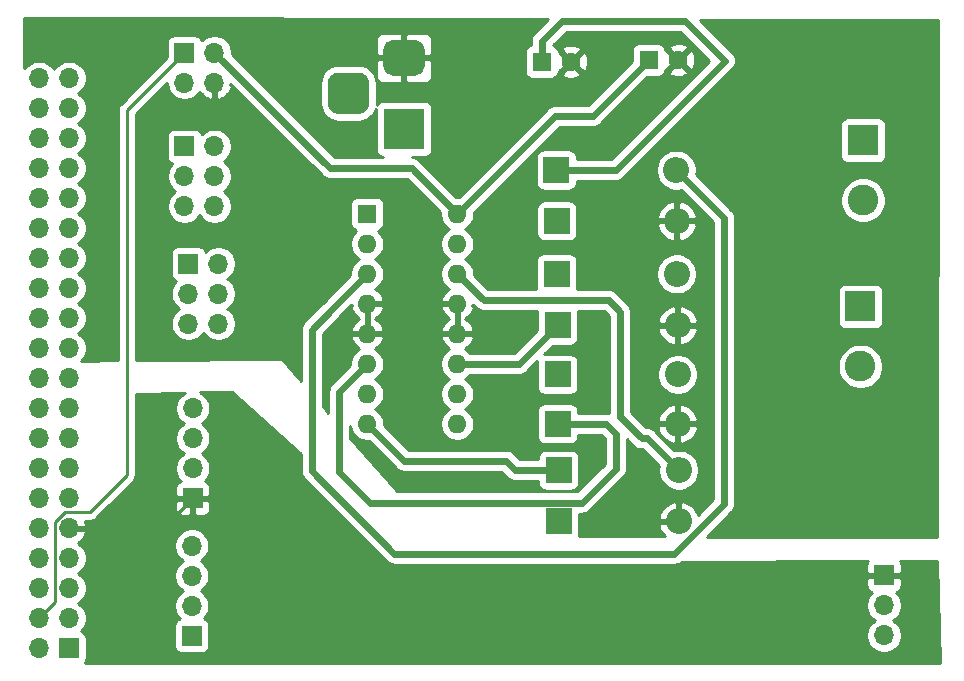
<source format=gbr>
%TF.GenerationSoftware,KiCad,Pcbnew,(5.1.6)-1*%
%TF.CreationDate,2021-05-08T17:05:46+02:00*%
%TF.ProjectId,nano1,6e616e6f-312e-46b6-9963-61645f706362,rev?*%
%TF.SameCoordinates,Original*%
%TF.FileFunction,Copper,L2,Bot*%
%TF.FilePolarity,Positive*%
%FSLAX46Y46*%
G04 Gerber Fmt 4.6, Leading zero omitted, Abs format (unit mm)*
G04 Created by KiCad (PCBNEW (5.1.6)-1) date 2021-05-08 17:05:46*
%MOMM*%
%LPD*%
G01*
G04 APERTURE LIST*
%TA.AperFunction,ComponentPad*%
%ADD10O,1.700000X1.700000*%
%TD*%
%TA.AperFunction,ComponentPad*%
%ADD11R,1.700000X1.700000*%
%TD*%
%TA.AperFunction,ComponentPad*%
%ADD12C,2.600000*%
%TD*%
%TA.AperFunction,ComponentPad*%
%ADD13R,2.600000X2.600000*%
%TD*%
%TA.AperFunction,ComponentPad*%
%ADD14R,3.500000X3.500000*%
%TD*%
%TA.AperFunction,ComponentPad*%
%ADD15R,1.600000X1.600000*%
%TD*%
%TA.AperFunction,ComponentPad*%
%ADD16C,1.600000*%
%TD*%
%TA.AperFunction,ComponentPad*%
%ADD17R,2.200000X2.200000*%
%TD*%
%TA.AperFunction,ComponentPad*%
%ADD18O,2.200000X2.200000*%
%TD*%
%TA.AperFunction,ComponentPad*%
%ADD19O,1.600000X1.600000*%
%TD*%
%TA.AperFunction,ViaPad*%
%ADD20C,0.800000*%
%TD*%
%TA.AperFunction,Conductor*%
%ADD21C,0.250000*%
%TD*%
%TA.AperFunction,Conductor*%
%ADD22C,0.600000*%
%TD*%
%TA.AperFunction,Conductor*%
%ADD23C,0.254000*%
%TD*%
G04 APERTURE END LIST*
D10*
%TO.P,J10,4*%
%TO.N,/AIN3*%
X112100360Y-86476840D03*
%TO.P,J10,3*%
%TO.N,/AIN2*%
X112100360Y-89016840D03*
%TO.P,J10,2*%
%TO.N,/AIN1*%
X112100360Y-91556840D03*
D11*
%TO.P,J10,1*%
%TO.N,/AIN0*%
X112100360Y-94096840D03*
%TD*%
D10*
%TO.P,J9,3*%
%TO.N,/AIN0*%
X170703240Y-94066360D03*
%TO.P,J9,2*%
%TO.N,VCC*%
X170703240Y-91526360D03*
D11*
%TO.P,J9,1*%
%TO.N,GND*%
X170703240Y-88986360D03*
%TD*%
D10*
%TO.P,J3,6*%
%TO.N,Net-(J3-Pad6)*%
X114345720Y-67670680D03*
%TO.P,J3,5*%
%TO.N,Net-(J1-Pad11)*%
X111805720Y-67670680D03*
%TO.P,J3,4*%
%TO.N,Net-(J3-Pad4)*%
X114345720Y-65130680D03*
%TO.P,J3,3*%
%TO.N,Net-(J1-Pad13)*%
X111805720Y-65130680D03*
%TO.P,J3,2*%
%TO.N,Net-(J3-Pad2)*%
X114345720Y-62590680D03*
D11*
%TO.P,J3,1*%
%TO.N,Net-(J1-Pad15)*%
X111805720Y-62590680D03*
%TD*%
D10*
%TO.P,J1,40*%
%TO.N,Net-(J1-Pad40)*%
X99161600Y-46893480D03*
%TO.P,J1,39*%
%TO.N,Net-(J1-Pad39)*%
X101701600Y-46893480D03*
%TO.P,J1,38*%
%TO.N,Net-(J1-Pad38)*%
X99161600Y-49433480D03*
%TO.P,J1,37*%
%TO.N,Net-(J1-Pad37)*%
X101701600Y-49433480D03*
%TO.P,J1,36*%
%TO.N,Net-(J1-Pad36)*%
X99161600Y-51973480D03*
%TO.P,J1,35*%
%TO.N,Net-(J1-Pad35)*%
X101701600Y-51973480D03*
%TO.P,J1,34*%
%TO.N,Net-(J1-Pad34)*%
X99161600Y-54513480D03*
%TO.P,J1,33*%
%TO.N,Net-(J1-Pad33)*%
X101701600Y-54513480D03*
%TO.P,J1,32*%
%TO.N,Net-(J1-Pad32)*%
X99161600Y-57053480D03*
%TO.P,J1,31*%
%TO.N,Net-(J1-Pad31)*%
X101701600Y-57053480D03*
%TO.P,J1,30*%
%TO.N,Net-(J1-Pad30)*%
X99161600Y-59593480D03*
%TO.P,J1,29*%
%TO.N,Net-(J1-Pad29)*%
X101701600Y-59593480D03*
%TO.P,J1,28*%
%TO.N,Net-(J1-Pad28)*%
X99161600Y-62133480D03*
%TO.P,J1,27*%
%TO.N,Net-(J1-Pad27)*%
X101701600Y-62133480D03*
%TO.P,J1,26*%
%TO.N,Net-(J1-Pad26)*%
X99161600Y-64673480D03*
%TO.P,J1,25*%
%TO.N,Net-(J1-Pad25)*%
X101701600Y-64673480D03*
%TO.P,J1,24*%
%TO.N,Net-(J1-Pad24)*%
X99161600Y-67213480D03*
%TO.P,J1,23*%
%TO.N,Net-(J1-Pad23)*%
X101701600Y-67213480D03*
%TO.P,J1,22*%
%TO.N,Net-(J1-Pad22)*%
X99161600Y-69753480D03*
%TO.P,J1,21*%
%TO.N,Net-(J1-Pad21)*%
X101701600Y-69753480D03*
%TO.P,J1,20*%
%TO.N,Net-(J1-Pad20)*%
X99161600Y-72293480D03*
%TO.P,J1,19*%
%TO.N,Net-(J1-Pad19)*%
X101701600Y-72293480D03*
%TO.P,J1,18*%
%TO.N,Net-(J1-Pad18)*%
X99161600Y-74833480D03*
%TO.P,J1,17*%
%TO.N,Net-(J1-Pad17)*%
X101701600Y-74833480D03*
%TO.P,J1,16*%
%TO.N,Net-(J1-Pad16)*%
X99161600Y-77373480D03*
%TO.P,J1,15*%
%TO.N,Net-(J1-Pad15)*%
X101701600Y-77373480D03*
%TO.P,J1,14*%
%TO.N,Net-(J1-Pad14)*%
X99161600Y-79913480D03*
%TO.P,J1,13*%
%TO.N,Net-(J1-Pad13)*%
X101701600Y-79913480D03*
%TO.P,J1,12*%
%TO.N,Net-(J1-Pad12)*%
X99161600Y-82453480D03*
%TO.P,J1,11*%
%TO.N,Net-(J1-Pad11)*%
X101701600Y-82453480D03*
%TO.P,J1,10*%
%TO.N,Net-(J1-Pad10)*%
X99161600Y-84993480D03*
%TO.P,J1,9*%
%TO.N,GND*%
X101701600Y-84993480D03*
%TO.P,J1,8*%
%TO.N,Net-(J1-Pad8)*%
X99161600Y-87533480D03*
%TO.P,J1,7*%
%TO.N,Net-(J1-Pad7)*%
X101701600Y-87533480D03*
%TO.P,J1,6*%
%TO.N,Net-(J1-Pad6)*%
X99161600Y-90073480D03*
%TO.P,J1,5*%
%TO.N,/SCL*%
X101701600Y-90073480D03*
%TO.P,J1,4*%
%TO.N,Net-(J1-Pad4)*%
X99161600Y-92613480D03*
%TO.P,J1,3*%
%TO.N,/SDA*%
X101701600Y-92613480D03*
%TO.P,J1,2*%
%TO.N,VCC*%
X99161600Y-95153480D03*
D11*
%TO.P,J1,1*%
%TO.N,Net-(J1-Pad1)*%
X101701600Y-95153480D03*
%TD*%
D12*
%TO.P,J7,2*%
%TO.N,Net-(D7-Pad2)*%
X168711880Y-71292720D03*
D13*
%TO.P,J7,1*%
%TO.N,Net-(D3-Pad2)*%
X168711880Y-66212720D03*
%TD*%
D12*
%TO.P,J6,2*%
%TO.N,Net-(D5-Pad2)*%
X168935400Y-57221120D03*
D13*
%TO.P,J6,1*%
%TO.N,Net-(D1-Pad2)*%
X168935400Y-52141120D03*
%TD*%
D10*
%TO.P,J8,4*%
%TO.N,/SCL*%
X112181640Y-74843640D03*
%TO.P,J8,3*%
%TO.N,/SDA*%
X112181640Y-77383640D03*
%TO.P,J8,2*%
%TO.N,VCC*%
X112181640Y-79923640D03*
D11*
%TO.P,J8,1*%
%TO.N,GND*%
X112181640Y-82463640D03*
%TD*%
%TO.P,J5,3*%
%TO.N,N/C*%
%TA.AperFunction,ComponentPad*%
G36*
G01*
X124488240Y-46420840D02*
X126238240Y-46420840D01*
G75*
G02*
X127113240Y-47295840I0J-875000D01*
G01*
X127113240Y-49045840D01*
G75*
G02*
X126238240Y-49920840I-875000J0D01*
G01*
X124488240Y-49920840D01*
G75*
G02*
X123613240Y-49045840I0J875000D01*
G01*
X123613240Y-47295840D01*
G75*
G02*
X124488240Y-46420840I875000J0D01*
G01*
G37*
%TD.AperFunction*%
%TO.P,J5,2*%
%TO.N,GND*%
%TA.AperFunction,ComponentPad*%
G36*
G01*
X129063240Y-43670840D02*
X131063240Y-43670840D01*
G75*
G02*
X131813240Y-44420840I0J-750000D01*
G01*
X131813240Y-45920840D01*
G75*
G02*
X131063240Y-46670840I-750000J0D01*
G01*
X129063240Y-46670840D01*
G75*
G02*
X128313240Y-45920840I0J750000D01*
G01*
X128313240Y-44420840D01*
G75*
G02*
X129063240Y-43670840I750000J0D01*
G01*
G37*
%TD.AperFunction*%
D14*
%TO.P,J5,1*%
%TO.N,Net-(C1-Pad1)*%
X130063240Y-51170840D03*
%TD*%
D15*
%TO.P,C2,1*%
%TO.N,Net-(C2-Pad1)*%
X150779480Y-45354240D03*
D16*
%TO.P,C2,2*%
%TO.N,GND*%
X153279480Y-45354240D03*
%TD*%
D17*
%TO.P,D8,1*%
%TO.N,Net-(D7-Pad2)*%
X143154400Y-84419440D03*
D18*
%TO.P,D8,2*%
%TO.N,GND*%
X153314400Y-84419440D03*
%TD*%
D17*
%TO.P,D7,1*%
%TO.N,Net-(C1-Pad1)*%
X143154400Y-80070960D03*
D18*
%TO.P,D7,2*%
%TO.N,Net-(D7-Pad2)*%
X153314400Y-80070960D03*
%TD*%
D17*
%TO.P,D6,1*%
%TO.N,Net-(D5-Pad2)*%
X143068040Y-76154280D03*
D18*
%TO.P,D6,2*%
%TO.N,GND*%
X153228040Y-76154280D03*
%TD*%
D17*
%TO.P,D5,1*%
%TO.N,Net-(C1-Pad1)*%
X143068040Y-71978520D03*
D18*
%TO.P,D5,2*%
%TO.N,Net-(D5-Pad2)*%
X153228040Y-71978520D03*
%TD*%
D17*
%TO.P,D4,1*%
%TO.N,Net-(D3-Pad2)*%
X143068040Y-67802760D03*
D18*
%TO.P,D4,2*%
%TO.N,GND*%
X153228040Y-67802760D03*
%TD*%
D17*
%TO.P,D3,1*%
%TO.N,Net-(C1-Pad1)*%
X142981680Y-63454280D03*
D18*
%TO.P,D3,2*%
%TO.N,Net-(D3-Pad2)*%
X153141680Y-63454280D03*
%TD*%
D17*
%TO.P,D2,1*%
%TO.N,Net-(D1-Pad2)*%
X143012160Y-58978800D03*
D18*
%TO.P,D2,2*%
%TO.N,GND*%
X153172160Y-58978800D03*
%TD*%
D17*
%TO.P,D1,1*%
%TO.N,Net-(C1-Pad1)*%
X142956280Y-54665880D03*
D18*
%TO.P,D1,2*%
%TO.N,Net-(D1-Pad2)*%
X153116280Y-54665880D03*
%TD*%
D15*
%TO.P,C1,1*%
%TO.N,Net-(C1-Pad1)*%
X141721840Y-45501560D03*
D16*
%TO.P,C1,2*%
%TO.N,GND*%
X144221840Y-45501560D03*
%TD*%
D19*
%TO.P,U1,16*%
%TO.N,Net-(C2-Pad1)*%
X134574280Y-58364120D03*
%TO.P,U1,8*%
%TO.N,Net-(C1-Pad1)*%
X126954280Y-76144120D03*
%TO.P,U1,15*%
%TO.N,Net-(J3-Pad4)*%
X134574280Y-60904120D03*
%TO.P,U1,7*%
%TO.N,Net-(J2-Pad4)*%
X126954280Y-73604120D03*
%TO.P,U1,14*%
%TO.N,Net-(D7-Pad2)*%
X134574280Y-63444120D03*
%TO.P,U1,6*%
%TO.N,Net-(D5-Pad2)*%
X126954280Y-71064120D03*
%TO.P,U1,13*%
%TO.N,GND*%
X134574280Y-65984120D03*
%TO.P,U1,5*%
X126954280Y-68524120D03*
%TO.P,U1,12*%
X134574280Y-68524120D03*
%TO.P,U1,4*%
X126954280Y-65984120D03*
%TO.P,U1,11*%
%TO.N,Net-(D3-Pad2)*%
X134574280Y-71064120D03*
%TO.P,U1,3*%
%TO.N,Net-(D1-Pad2)*%
X126954280Y-63444120D03*
%TO.P,U1,10*%
%TO.N,Net-(J3-Pad2)*%
X134574280Y-73604120D03*
%TO.P,U1,2*%
%TO.N,Net-(J2-Pad2)*%
X126954280Y-60904120D03*
%TO.P,U1,9*%
%TO.N,Net-(J3-Pad6)*%
X134574280Y-76144120D03*
D15*
%TO.P,U1,1*%
%TO.N,Net-(J2-Pad6)*%
X126954280Y-58364120D03*
%TD*%
D10*
%TO.P,J4,4*%
%TO.N,GND*%
X114020600Y-47259240D03*
%TO.P,J4,3*%
%TO.N,Net-(J1-Pad39)*%
X111480600Y-47259240D03*
%TO.P,J4,2*%
%TO.N,Net-(C2-Pad1)*%
X114020600Y-44719240D03*
D11*
%TO.P,J4,1*%
%TO.N,Net-(J1-Pad4)*%
X111480600Y-44719240D03*
%TD*%
D10*
%TO.P,J2,6*%
%TO.N,Net-(J2-Pad6)*%
X114020600Y-57734200D03*
%TO.P,J2,5*%
%TO.N,Net-(J1-Pad19)*%
X111480600Y-57734200D03*
%TO.P,J2,4*%
%TO.N,Net-(J2-Pad4)*%
X114020600Y-55194200D03*
%TO.P,J2,3*%
%TO.N,Net-(J1-Pad21)*%
X111480600Y-55194200D03*
%TO.P,J2,2*%
%TO.N,Net-(J2-Pad2)*%
X114020600Y-52654200D03*
D11*
%TO.P,J2,1*%
%TO.N,Net-(J1-Pad23)*%
X111480600Y-52654200D03*
%TD*%
D20*
%TO.N,GND*%
X116626640Y-86669880D03*
X131582160Y-90678000D03*
X163748720Y-88463120D03*
X157911800Y-92547440D03*
%TD*%
D21*
%TO.N,Net-(J1-Pad4)*%
X106583480Y-49616360D02*
X111480600Y-44719240D01*
X101327597Y-83628481D02*
X103442519Y-83628481D01*
X100526599Y-84429479D02*
X101327597Y-83628481D01*
X99161600Y-92613480D02*
X100526599Y-91248481D01*
X100526599Y-91248481D02*
X100526599Y-84429479D01*
X106583480Y-80487520D02*
X106583480Y-49616360D01*
X103442519Y-83628481D02*
X106583480Y-80487520D01*
%TO.N,GND*%
X111580679Y-81862679D02*
X112181640Y-82463640D01*
X109651800Y-84993480D02*
X112181640Y-82463640D01*
X101701600Y-84993480D02*
X109651800Y-84993480D01*
D22*
%TO.N,Net-(C1-Pad1)*%
X126954280Y-76144120D02*
X130088640Y-79278480D01*
X139471400Y-80070960D02*
X143154400Y-80070960D01*
X138678920Y-79278480D02*
X139471400Y-80070960D01*
X130088640Y-79278480D02*
X138678920Y-79278480D01*
X147985480Y-54665880D02*
X142956280Y-54665880D01*
X141721840Y-43774360D02*
X143484600Y-42011600D01*
X157246320Y-45405040D02*
X147985480Y-54665880D01*
X143484600Y-42011600D02*
X153852880Y-42011600D01*
X141721840Y-45501560D02*
X141721840Y-43774360D01*
X153852880Y-42011600D02*
X157246320Y-45405040D01*
%TO.N,Net-(D1-Pad2)*%
X123797152Y-66601248D02*
X123797152Y-66641888D01*
X126954280Y-63444120D02*
X123797152Y-66601248D01*
X123797152Y-66641888D02*
X122260360Y-68178680D01*
X122260360Y-68178680D02*
X122260360Y-80157320D01*
X122260360Y-80157320D02*
X129240280Y-87137240D01*
X152964602Y-87137240D02*
X157154880Y-82946962D01*
X129240280Y-87137240D02*
X152964602Y-87137240D01*
X157154880Y-58704480D02*
X153116280Y-54665880D01*
X157154880Y-82946962D02*
X157154880Y-58704480D01*
%TO.N,Net-(D3-Pad2)*%
X139806680Y-71064120D02*
X143068040Y-67802760D01*
X134574280Y-71064120D02*
X139806680Y-71064120D01*
%TO.N,Net-(D5-Pad2)*%
X147995640Y-76997560D02*
X147152360Y-76154280D01*
X147995640Y-79943960D02*
X147995640Y-76997560D01*
X145120161Y-82819439D02*
X147995640Y-79943960D01*
X147152360Y-76154280D02*
X143068040Y-76154280D01*
X126954280Y-71064120D02*
X124597160Y-73421240D01*
X124597160Y-73421240D02*
X124597160Y-80218280D01*
X124597160Y-80218280D02*
X127198319Y-82819439D01*
X127198319Y-82819439D02*
X145120161Y-82819439D01*
%TO.N,Net-(D7-Pad2)*%
X134574280Y-63444120D02*
X136819640Y-65689480D01*
X136819640Y-65689480D02*
X147391120Y-65689480D01*
X148371560Y-66669920D02*
X148371560Y-75570080D01*
X147391120Y-65689480D02*
X148371560Y-66669920D01*
X148371560Y-75570080D02*
X150185120Y-77383640D01*
X150627080Y-77383640D02*
X153314400Y-80070960D01*
X150185120Y-77383640D02*
X150627080Y-77383640D01*
%TO.N,Net-(C2-Pad1)*%
X114020600Y-44719240D02*
X123794520Y-54493160D01*
X130703320Y-54493160D02*
X134574280Y-58364120D01*
X123794520Y-54493160D02*
X130703320Y-54493160D01*
X146044920Y-50088800D02*
X150779480Y-45354240D01*
X134574280Y-58364120D02*
X142849600Y-50088800D01*
X142849600Y-50088800D02*
X146044920Y-50088800D01*
%TD*%
D23*
%TO.N,GND*%
G36*
X121325361Y-78746209D02*
G01*
X121325361Y-80111378D01*
X121320836Y-80157320D01*
X121338889Y-80340611D01*
X121366157Y-80430500D01*
X121392354Y-80516860D01*
X121479175Y-80679292D01*
X121596017Y-80821664D01*
X121631696Y-80850945D01*
X128546655Y-87765905D01*
X128575936Y-87801584D01*
X128718308Y-87918426D01*
X128799531Y-87961840D01*
X128880739Y-88005247D01*
X129056988Y-88058712D01*
X129240280Y-88076764D01*
X129286215Y-88072240D01*
X152918670Y-88072240D01*
X152964602Y-88076764D01*
X153010534Y-88072240D01*
X153147894Y-88058711D01*
X153324142Y-88005247D01*
X153486574Y-87918426D01*
X153616376Y-87811900D01*
X169342720Y-87757475D01*
X169322703Y-87781866D01*
X169263738Y-87892180D01*
X169227428Y-88011878D01*
X169215168Y-88136360D01*
X169218240Y-88700610D01*
X169376990Y-88859360D01*
X170576240Y-88859360D01*
X170576240Y-88839360D01*
X170830240Y-88839360D01*
X170830240Y-88859360D01*
X172029490Y-88859360D01*
X172188240Y-88700610D01*
X172191312Y-88136360D01*
X172179052Y-88011878D01*
X172142742Y-87892180D01*
X172083777Y-87781866D01*
X172056054Y-87748085D01*
X175227375Y-87737110D01*
X175429958Y-96428886D01*
X174003400Y-96423992D01*
X174002449Y-96423898D01*
X173971122Y-96423881D01*
X173939526Y-96423773D01*
X173938567Y-96423864D01*
X103058893Y-96386296D01*
X103082137Y-96357974D01*
X103141102Y-96247660D01*
X103177412Y-96127962D01*
X103189672Y-96003480D01*
X103189672Y-94303480D01*
X103177412Y-94178998D01*
X103141102Y-94059300D01*
X103082137Y-93948986D01*
X103002785Y-93852295D01*
X102906094Y-93772943D01*
X102795780Y-93713978D01*
X102723220Y-93691967D01*
X102855075Y-93560112D01*
X103017590Y-93316891D01*
X103046605Y-93246840D01*
X110612288Y-93246840D01*
X110612288Y-94946840D01*
X110624548Y-95071322D01*
X110660858Y-95191020D01*
X110719823Y-95301334D01*
X110799175Y-95398025D01*
X110895866Y-95477377D01*
X111006180Y-95536342D01*
X111125878Y-95572652D01*
X111250360Y-95584912D01*
X112950360Y-95584912D01*
X113074842Y-95572652D01*
X113194540Y-95536342D01*
X113304854Y-95477377D01*
X113401545Y-95398025D01*
X113480897Y-95301334D01*
X113539862Y-95191020D01*
X113576172Y-95071322D01*
X113588432Y-94946840D01*
X113588432Y-93246840D01*
X113576172Y-93122358D01*
X113539862Y-93002660D01*
X113480897Y-92892346D01*
X113401545Y-92795655D01*
X113304854Y-92716303D01*
X113194540Y-92657338D01*
X113121980Y-92635327D01*
X113253835Y-92503472D01*
X113416350Y-92260251D01*
X113528292Y-91989998D01*
X113585360Y-91703100D01*
X113585360Y-91410580D01*
X113528292Y-91123682D01*
X113416350Y-90853429D01*
X113253835Y-90610208D01*
X113046992Y-90403365D01*
X112872600Y-90286840D01*
X113046992Y-90170315D01*
X113253835Y-89963472D01*
X113338768Y-89836360D01*
X169215168Y-89836360D01*
X169227428Y-89960842D01*
X169263738Y-90080540D01*
X169322703Y-90190854D01*
X169402055Y-90287545D01*
X169498746Y-90366897D01*
X169609060Y-90425862D01*
X169681620Y-90447873D01*
X169549765Y-90579728D01*
X169387250Y-90822949D01*
X169275308Y-91093202D01*
X169218240Y-91380100D01*
X169218240Y-91672620D01*
X169275308Y-91959518D01*
X169387250Y-92229771D01*
X169549765Y-92472992D01*
X169756608Y-92679835D01*
X169931000Y-92796360D01*
X169756608Y-92912885D01*
X169549765Y-93119728D01*
X169387250Y-93362949D01*
X169275308Y-93633202D01*
X169218240Y-93920100D01*
X169218240Y-94212620D01*
X169275308Y-94499518D01*
X169387250Y-94769771D01*
X169549765Y-95012992D01*
X169756608Y-95219835D01*
X169999829Y-95382350D01*
X170270082Y-95494292D01*
X170556980Y-95551360D01*
X170849500Y-95551360D01*
X171136398Y-95494292D01*
X171406651Y-95382350D01*
X171649872Y-95219835D01*
X171856715Y-95012992D01*
X172019230Y-94769771D01*
X172131172Y-94499518D01*
X172188240Y-94212620D01*
X172188240Y-93920100D01*
X172131172Y-93633202D01*
X172019230Y-93362949D01*
X171856715Y-93119728D01*
X171649872Y-92912885D01*
X171475480Y-92796360D01*
X171649872Y-92679835D01*
X171856715Y-92472992D01*
X172019230Y-92229771D01*
X172131172Y-91959518D01*
X172188240Y-91672620D01*
X172188240Y-91380100D01*
X172131172Y-91093202D01*
X172019230Y-90822949D01*
X171856715Y-90579728D01*
X171724860Y-90447873D01*
X171797420Y-90425862D01*
X171907734Y-90366897D01*
X172004425Y-90287545D01*
X172083777Y-90190854D01*
X172142742Y-90080540D01*
X172179052Y-89960842D01*
X172191312Y-89836360D01*
X172188240Y-89272110D01*
X172029490Y-89113360D01*
X170830240Y-89113360D01*
X170830240Y-89133360D01*
X170576240Y-89133360D01*
X170576240Y-89113360D01*
X169376990Y-89113360D01*
X169218240Y-89272110D01*
X169215168Y-89836360D01*
X113338768Y-89836360D01*
X113416350Y-89720251D01*
X113528292Y-89449998D01*
X113585360Y-89163100D01*
X113585360Y-88870580D01*
X113528292Y-88583682D01*
X113416350Y-88313429D01*
X113253835Y-88070208D01*
X113046992Y-87863365D01*
X112872600Y-87746840D01*
X113046992Y-87630315D01*
X113253835Y-87423472D01*
X113416350Y-87180251D01*
X113528292Y-86909998D01*
X113585360Y-86623100D01*
X113585360Y-86330580D01*
X113528292Y-86043682D01*
X113416350Y-85773429D01*
X113253835Y-85530208D01*
X113046992Y-85323365D01*
X112803771Y-85160850D01*
X112533518Y-85048908D01*
X112246620Y-84991840D01*
X111954100Y-84991840D01*
X111667202Y-85048908D01*
X111396949Y-85160850D01*
X111153728Y-85323365D01*
X110946885Y-85530208D01*
X110784370Y-85773429D01*
X110672428Y-86043682D01*
X110615360Y-86330580D01*
X110615360Y-86623100D01*
X110672428Y-86909998D01*
X110784370Y-87180251D01*
X110946885Y-87423472D01*
X111153728Y-87630315D01*
X111328120Y-87746840D01*
X111153728Y-87863365D01*
X110946885Y-88070208D01*
X110784370Y-88313429D01*
X110672428Y-88583682D01*
X110615360Y-88870580D01*
X110615360Y-89163100D01*
X110672428Y-89449998D01*
X110784370Y-89720251D01*
X110946885Y-89963472D01*
X111153728Y-90170315D01*
X111328120Y-90286840D01*
X111153728Y-90403365D01*
X110946885Y-90610208D01*
X110784370Y-90853429D01*
X110672428Y-91123682D01*
X110615360Y-91410580D01*
X110615360Y-91703100D01*
X110672428Y-91989998D01*
X110784370Y-92260251D01*
X110946885Y-92503472D01*
X111078740Y-92635327D01*
X111006180Y-92657338D01*
X110895866Y-92716303D01*
X110799175Y-92795655D01*
X110719823Y-92892346D01*
X110660858Y-93002660D01*
X110624548Y-93122358D01*
X110612288Y-93246840D01*
X103046605Y-93246840D01*
X103129532Y-93046638D01*
X103186600Y-92759740D01*
X103186600Y-92467220D01*
X103129532Y-92180322D01*
X103017590Y-91910069D01*
X102855075Y-91666848D01*
X102648232Y-91460005D01*
X102473840Y-91343480D01*
X102648232Y-91226955D01*
X102855075Y-91020112D01*
X103017590Y-90776891D01*
X103129532Y-90506638D01*
X103186600Y-90219740D01*
X103186600Y-89927220D01*
X103129532Y-89640322D01*
X103017590Y-89370069D01*
X102855075Y-89126848D01*
X102648232Y-88920005D01*
X102473840Y-88803480D01*
X102648232Y-88686955D01*
X102855075Y-88480112D01*
X103017590Y-88236891D01*
X103129532Y-87966638D01*
X103186600Y-87679740D01*
X103186600Y-87387220D01*
X103129532Y-87100322D01*
X103017590Y-86830069D01*
X102855075Y-86586848D01*
X102648232Y-86380005D01*
X102466066Y-86258285D01*
X102582955Y-86188658D01*
X102799188Y-85993749D01*
X102973241Y-85760400D01*
X103098425Y-85497579D01*
X103143076Y-85350370D01*
X103021755Y-85120480D01*
X101828600Y-85120480D01*
X101828600Y-85140480D01*
X101574600Y-85140480D01*
X101574600Y-85120480D01*
X101554600Y-85120480D01*
X101554600Y-84866480D01*
X101574600Y-84866480D01*
X101574600Y-84846480D01*
X101828600Y-84846480D01*
X101828600Y-84866480D01*
X103021755Y-84866480D01*
X103143076Y-84636590D01*
X103098425Y-84489381D01*
X103050365Y-84388481D01*
X103405197Y-84388481D01*
X103442519Y-84392157D01*
X103479841Y-84388481D01*
X103479852Y-84388481D01*
X103591505Y-84377484D01*
X103734766Y-84334027D01*
X103866795Y-84263455D01*
X103982520Y-84168482D01*
X104006323Y-84139478D01*
X104832161Y-83313640D01*
X110693568Y-83313640D01*
X110705828Y-83438122D01*
X110742138Y-83557820D01*
X110801103Y-83668134D01*
X110880455Y-83764825D01*
X110977146Y-83844177D01*
X111087460Y-83903142D01*
X111207158Y-83939452D01*
X111331640Y-83951712D01*
X111895890Y-83948640D01*
X112054640Y-83789890D01*
X112054640Y-82590640D01*
X112308640Y-82590640D01*
X112308640Y-83789890D01*
X112467390Y-83948640D01*
X113031640Y-83951712D01*
X113156122Y-83939452D01*
X113275820Y-83903142D01*
X113386134Y-83844177D01*
X113482825Y-83764825D01*
X113562177Y-83668134D01*
X113621142Y-83557820D01*
X113657452Y-83438122D01*
X113669712Y-83313640D01*
X113666640Y-82749390D01*
X113507890Y-82590640D01*
X112308640Y-82590640D01*
X112054640Y-82590640D01*
X110855390Y-82590640D01*
X110696640Y-82749390D01*
X110693568Y-83313640D01*
X104832161Y-83313640D01*
X107094484Y-81051318D01*
X107123481Y-81027521D01*
X107218454Y-80911796D01*
X107289026Y-80779767D01*
X107332483Y-80636506D01*
X107343480Y-80524853D01*
X107343480Y-80524845D01*
X107347156Y-80487520D01*
X107343480Y-80450195D01*
X107343480Y-73598478D01*
X111519356Y-73510615D01*
X111478229Y-73527650D01*
X111235008Y-73690165D01*
X111028165Y-73897008D01*
X110865650Y-74140229D01*
X110753708Y-74410482D01*
X110696640Y-74697380D01*
X110696640Y-74989900D01*
X110753708Y-75276798D01*
X110865650Y-75547051D01*
X111028165Y-75790272D01*
X111235008Y-75997115D01*
X111409400Y-76113640D01*
X111235008Y-76230165D01*
X111028165Y-76437008D01*
X110865650Y-76680229D01*
X110753708Y-76950482D01*
X110696640Y-77237380D01*
X110696640Y-77529900D01*
X110753708Y-77816798D01*
X110865650Y-78087051D01*
X111028165Y-78330272D01*
X111235008Y-78537115D01*
X111409400Y-78653640D01*
X111235008Y-78770165D01*
X111028165Y-78977008D01*
X110865650Y-79220229D01*
X110753708Y-79490482D01*
X110696640Y-79777380D01*
X110696640Y-80069900D01*
X110753708Y-80356798D01*
X110865650Y-80627051D01*
X111028165Y-80870272D01*
X111160020Y-81002127D01*
X111087460Y-81024138D01*
X110977146Y-81083103D01*
X110880455Y-81162455D01*
X110801103Y-81259146D01*
X110742138Y-81369460D01*
X110705828Y-81489158D01*
X110693568Y-81613640D01*
X110696640Y-82177890D01*
X110855390Y-82336640D01*
X112054640Y-82336640D01*
X112054640Y-82316640D01*
X112308640Y-82316640D01*
X112308640Y-82336640D01*
X113507890Y-82336640D01*
X113666640Y-82177890D01*
X113669712Y-81613640D01*
X113657452Y-81489158D01*
X113621142Y-81369460D01*
X113562177Y-81259146D01*
X113482825Y-81162455D01*
X113386134Y-81083103D01*
X113275820Y-81024138D01*
X113203260Y-81002127D01*
X113335115Y-80870272D01*
X113497630Y-80627051D01*
X113609572Y-80356798D01*
X113666640Y-80069900D01*
X113666640Y-79777380D01*
X113609572Y-79490482D01*
X113497630Y-79220229D01*
X113335115Y-78977008D01*
X113128272Y-78770165D01*
X112953880Y-78653640D01*
X113128272Y-78537115D01*
X113335115Y-78330272D01*
X113497630Y-78087051D01*
X113609572Y-77816798D01*
X113666640Y-77529900D01*
X113666640Y-77237380D01*
X113609572Y-76950482D01*
X113497630Y-76680229D01*
X113335115Y-76437008D01*
X113128272Y-76230165D01*
X112953880Y-76113640D01*
X113128272Y-75997115D01*
X113335115Y-75790272D01*
X113497630Y-75547051D01*
X113609572Y-75276798D01*
X113666640Y-74989900D01*
X113666640Y-74697380D01*
X113609572Y-74410482D01*
X113497630Y-74140229D01*
X113335115Y-73897008D01*
X113128272Y-73690165D01*
X112885051Y-73527650D01*
X112779893Y-73484092D01*
X115476311Y-73427358D01*
X121325361Y-78746209D01*
G37*
X121325361Y-78746209D02*
X121325361Y-80111378D01*
X121320836Y-80157320D01*
X121338889Y-80340611D01*
X121366157Y-80430500D01*
X121392354Y-80516860D01*
X121479175Y-80679292D01*
X121596017Y-80821664D01*
X121631696Y-80850945D01*
X128546655Y-87765905D01*
X128575936Y-87801584D01*
X128718308Y-87918426D01*
X128799531Y-87961840D01*
X128880739Y-88005247D01*
X129056988Y-88058712D01*
X129240280Y-88076764D01*
X129286215Y-88072240D01*
X152918670Y-88072240D01*
X152964602Y-88076764D01*
X153010534Y-88072240D01*
X153147894Y-88058711D01*
X153324142Y-88005247D01*
X153486574Y-87918426D01*
X153616376Y-87811900D01*
X169342720Y-87757475D01*
X169322703Y-87781866D01*
X169263738Y-87892180D01*
X169227428Y-88011878D01*
X169215168Y-88136360D01*
X169218240Y-88700610D01*
X169376990Y-88859360D01*
X170576240Y-88859360D01*
X170576240Y-88839360D01*
X170830240Y-88839360D01*
X170830240Y-88859360D01*
X172029490Y-88859360D01*
X172188240Y-88700610D01*
X172191312Y-88136360D01*
X172179052Y-88011878D01*
X172142742Y-87892180D01*
X172083777Y-87781866D01*
X172056054Y-87748085D01*
X175227375Y-87737110D01*
X175429958Y-96428886D01*
X174003400Y-96423992D01*
X174002449Y-96423898D01*
X173971122Y-96423881D01*
X173939526Y-96423773D01*
X173938567Y-96423864D01*
X103058893Y-96386296D01*
X103082137Y-96357974D01*
X103141102Y-96247660D01*
X103177412Y-96127962D01*
X103189672Y-96003480D01*
X103189672Y-94303480D01*
X103177412Y-94178998D01*
X103141102Y-94059300D01*
X103082137Y-93948986D01*
X103002785Y-93852295D01*
X102906094Y-93772943D01*
X102795780Y-93713978D01*
X102723220Y-93691967D01*
X102855075Y-93560112D01*
X103017590Y-93316891D01*
X103046605Y-93246840D01*
X110612288Y-93246840D01*
X110612288Y-94946840D01*
X110624548Y-95071322D01*
X110660858Y-95191020D01*
X110719823Y-95301334D01*
X110799175Y-95398025D01*
X110895866Y-95477377D01*
X111006180Y-95536342D01*
X111125878Y-95572652D01*
X111250360Y-95584912D01*
X112950360Y-95584912D01*
X113074842Y-95572652D01*
X113194540Y-95536342D01*
X113304854Y-95477377D01*
X113401545Y-95398025D01*
X113480897Y-95301334D01*
X113539862Y-95191020D01*
X113576172Y-95071322D01*
X113588432Y-94946840D01*
X113588432Y-93246840D01*
X113576172Y-93122358D01*
X113539862Y-93002660D01*
X113480897Y-92892346D01*
X113401545Y-92795655D01*
X113304854Y-92716303D01*
X113194540Y-92657338D01*
X113121980Y-92635327D01*
X113253835Y-92503472D01*
X113416350Y-92260251D01*
X113528292Y-91989998D01*
X113585360Y-91703100D01*
X113585360Y-91410580D01*
X113528292Y-91123682D01*
X113416350Y-90853429D01*
X113253835Y-90610208D01*
X113046992Y-90403365D01*
X112872600Y-90286840D01*
X113046992Y-90170315D01*
X113253835Y-89963472D01*
X113338768Y-89836360D01*
X169215168Y-89836360D01*
X169227428Y-89960842D01*
X169263738Y-90080540D01*
X169322703Y-90190854D01*
X169402055Y-90287545D01*
X169498746Y-90366897D01*
X169609060Y-90425862D01*
X169681620Y-90447873D01*
X169549765Y-90579728D01*
X169387250Y-90822949D01*
X169275308Y-91093202D01*
X169218240Y-91380100D01*
X169218240Y-91672620D01*
X169275308Y-91959518D01*
X169387250Y-92229771D01*
X169549765Y-92472992D01*
X169756608Y-92679835D01*
X169931000Y-92796360D01*
X169756608Y-92912885D01*
X169549765Y-93119728D01*
X169387250Y-93362949D01*
X169275308Y-93633202D01*
X169218240Y-93920100D01*
X169218240Y-94212620D01*
X169275308Y-94499518D01*
X169387250Y-94769771D01*
X169549765Y-95012992D01*
X169756608Y-95219835D01*
X169999829Y-95382350D01*
X170270082Y-95494292D01*
X170556980Y-95551360D01*
X170849500Y-95551360D01*
X171136398Y-95494292D01*
X171406651Y-95382350D01*
X171649872Y-95219835D01*
X171856715Y-95012992D01*
X172019230Y-94769771D01*
X172131172Y-94499518D01*
X172188240Y-94212620D01*
X172188240Y-93920100D01*
X172131172Y-93633202D01*
X172019230Y-93362949D01*
X171856715Y-93119728D01*
X171649872Y-92912885D01*
X171475480Y-92796360D01*
X171649872Y-92679835D01*
X171856715Y-92472992D01*
X172019230Y-92229771D01*
X172131172Y-91959518D01*
X172188240Y-91672620D01*
X172188240Y-91380100D01*
X172131172Y-91093202D01*
X172019230Y-90822949D01*
X171856715Y-90579728D01*
X171724860Y-90447873D01*
X171797420Y-90425862D01*
X171907734Y-90366897D01*
X172004425Y-90287545D01*
X172083777Y-90190854D01*
X172142742Y-90080540D01*
X172179052Y-89960842D01*
X172191312Y-89836360D01*
X172188240Y-89272110D01*
X172029490Y-89113360D01*
X170830240Y-89113360D01*
X170830240Y-89133360D01*
X170576240Y-89133360D01*
X170576240Y-89113360D01*
X169376990Y-89113360D01*
X169218240Y-89272110D01*
X169215168Y-89836360D01*
X113338768Y-89836360D01*
X113416350Y-89720251D01*
X113528292Y-89449998D01*
X113585360Y-89163100D01*
X113585360Y-88870580D01*
X113528292Y-88583682D01*
X113416350Y-88313429D01*
X113253835Y-88070208D01*
X113046992Y-87863365D01*
X112872600Y-87746840D01*
X113046992Y-87630315D01*
X113253835Y-87423472D01*
X113416350Y-87180251D01*
X113528292Y-86909998D01*
X113585360Y-86623100D01*
X113585360Y-86330580D01*
X113528292Y-86043682D01*
X113416350Y-85773429D01*
X113253835Y-85530208D01*
X113046992Y-85323365D01*
X112803771Y-85160850D01*
X112533518Y-85048908D01*
X112246620Y-84991840D01*
X111954100Y-84991840D01*
X111667202Y-85048908D01*
X111396949Y-85160850D01*
X111153728Y-85323365D01*
X110946885Y-85530208D01*
X110784370Y-85773429D01*
X110672428Y-86043682D01*
X110615360Y-86330580D01*
X110615360Y-86623100D01*
X110672428Y-86909998D01*
X110784370Y-87180251D01*
X110946885Y-87423472D01*
X111153728Y-87630315D01*
X111328120Y-87746840D01*
X111153728Y-87863365D01*
X110946885Y-88070208D01*
X110784370Y-88313429D01*
X110672428Y-88583682D01*
X110615360Y-88870580D01*
X110615360Y-89163100D01*
X110672428Y-89449998D01*
X110784370Y-89720251D01*
X110946885Y-89963472D01*
X111153728Y-90170315D01*
X111328120Y-90286840D01*
X111153728Y-90403365D01*
X110946885Y-90610208D01*
X110784370Y-90853429D01*
X110672428Y-91123682D01*
X110615360Y-91410580D01*
X110615360Y-91703100D01*
X110672428Y-91989998D01*
X110784370Y-92260251D01*
X110946885Y-92503472D01*
X111078740Y-92635327D01*
X111006180Y-92657338D01*
X110895866Y-92716303D01*
X110799175Y-92795655D01*
X110719823Y-92892346D01*
X110660858Y-93002660D01*
X110624548Y-93122358D01*
X110612288Y-93246840D01*
X103046605Y-93246840D01*
X103129532Y-93046638D01*
X103186600Y-92759740D01*
X103186600Y-92467220D01*
X103129532Y-92180322D01*
X103017590Y-91910069D01*
X102855075Y-91666848D01*
X102648232Y-91460005D01*
X102473840Y-91343480D01*
X102648232Y-91226955D01*
X102855075Y-91020112D01*
X103017590Y-90776891D01*
X103129532Y-90506638D01*
X103186600Y-90219740D01*
X103186600Y-89927220D01*
X103129532Y-89640322D01*
X103017590Y-89370069D01*
X102855075Y-89126848D01*
X102648232Y-88920005D01*
X102473840Y-88803480D01*
X102648232Y-88686955D01*
X102855075Y-88480112D01*
X103017590Y-88236891D01*
X103129532Y-87966638D01*
X103186600Y-87679740D01*
X103186600Y-87387220D01*
X103129532Y-87100322D01*
X103017590Y-86830069D01*
X102855075Y-86586848D01*
X102648232Y-86380005D01*
X102466066Y-86258285D01*
X102582955Y-86188658D01*
X102799188Y-85993749D01*
X102973241Y-85760400D01*
X103098425Y-85497579D01*
X103143076Y-85350370D01*
X103021755Y-85120480D01*
X101828600Y-85120480D01*
X101828600Y-85140480D01*
X101574600Y-85140480D01*
X101574600Y-85120480D01*
X101554600Y-85120480D01*
X101554600Y-84866480D01*
X101574600Y-84866480D01*
X101574600Y-84846480D01*
X101828600Y-84846480D01*
X101828600Y-84866480D01*
X103021755Y-84866480D01*
X103143076Y-84636590D01*
X103098425Y-84489381D01*
X103050365Y-84388481D01*
X103405197Y-84388481D01*
X103442519Y-84392157D01*
X103479841Y-84388481D01*
X103479852Y-84388481D01*
X103591505Y-84377484D01*
X103734766Y-84334027D01*
X103866795Y-84263455D01*
X103982520Y-84168482D01*
X104006323Y-84139478D01*
X104832161Y-83313640D01*
X110693568Y-83313640D01*
X110705828Y-83438122D01*
X110742138Y-83557820D01*
X110801103Y-83668134D01*
X110880455Y-83764825D01*
X110977146Y-83844177D01*
X111087460Y-83903142D01*
X111207158Y-83939452D01*
X111331640Y-83951712D01*
X111895890Y-83948640D01*
X112054640Y-83789890D01*
X112054640Y-82590640D01*
X112308640Y-82590640D01*
X112308640Y-83789890D01*
X112467390Y-83948640D01*
X113031640Y-83951712D01*
X113156122Y-83939452D01*
X113275820Y-83903142D01*
X113386134Y-83844177D01*
X113482825Y-83764825D01*
X113562177Y-83668134D01*
X113621142Y-83557820D01*
X113657452Y-83438122D01*
X113669712Y-83313640D01*
X113666640Y-82749390D01*
X113507890Y-82590640D01*
X112308640Y-82590640D01*
X112054640Y-82590640D01*
X110855390Y-82590640D01*
X110696640Y-82749390D01*
X110693568Y-83313640D01*
X104832161Y-83313640D01*
X107094484Y-81051318D01*
X107123481Y-81027521D01*
X107218454Y-80911796D01*
X107289026Y-80779767D01*
X107332483Y-80636506D01*
X107343480Y-80524853D01*
X107343480Y-80524845D01*
X107347156Y-80487520D01*
X107343480Y-80450195D01*
X107343480Y-73598478D01*
X111519356Y-73510615D01*
X111478229Y-73527650D01*
X111235008Y-73690165D01*
X111028165Y-73897008D01*
X110865650Y-74140229D01*
X110753708Y-74410482D01*
X110696640Y-74697380D01*
X110696640Y-74989900D01*
X110753708Y-75276798D01*
X110865650Y-75547051D01*
X111028165Y-75790272D01*
X111235008Y-75997115D01*
X111409400Y-76113640D01*
X111235008Y-76230165D01*
X111028165Y-76437008D01*
X110865650Y-76680229D01*
X110753708Y-76950482D01*
X110696640Y-77237380D01*
X110696640Y-77529900D01*
X110753708Y-77816798D01*
X110865650Y-78087051D01*
X111028165Y-78330272D01*
X111235008Y-78537115D01*
X111409400Y-78653640D01*
X111235008Y-78770165D01*
X111028165Y-78977008D01*
X110865650Y-79220229D01*
X110753708Y-79490482D01*
X110696640Y-79777380D01*
X110696640Y-80069900D01*
X110753708Y-80356798D01*
X110865650Y-80627051D01*
X111028165Y-80870272D01*
X111160020Y-81002127D01*
X111087460Y-81024138D01*
X110977146Y-81083103D01*
X110880455Y-81162455D01*
X110801103Y-81259146D01*
X110742138Y-81369460D01*
X110705828Y-81489158D01*
X110693568Y-81613640D01*
X110696640Y-82177890D01*
X110855390Y-82336640D01*
X112054640Y-82336640D01*
X112054640Y-82316640D01*
X112308640Y-82316640D01*
X112308640Y-82336640D01*
X113507890Y-82336640D01*
X113666640Y-82177890D01*
X113669712Y-81613640D01*
X113657452Y-81489158D01*
X113621142Y-81369460D01*
X113562177Y-81259146D01*
X113482825Y-81162455D01*
X113386134Y-81083103D01*
X113275820Y-81024138D01*
X113203260Y-81002127D01*
X113335115Y-80870272D01*
X113497630Y-80627051D01*
X113609572Y-80356798D01*
X113666640Y-80069900D01*
X113666640Y-79777380D01*
X113609572Y-79490482D01*
X113497630Y-79220229D01*
X113335115Y-78977008D01*
X113128272Y-78770165D01*
X112953880Y-78653640D01*
X113128272Y-78537115D01*
X113335115Y-78330272D01*
X113497630Y-78087051D01*
X113609572Y-77816798D01*
X113666640Y-77529900D01*
X113666640Y-77237380D01*
X113609572Y-76950482D01*
X113497630Y-76680229D01*
X113335115Y-76437008D01*
X113128272Y-76230165D01*
X112953880Y-76113640D01*
X113128272Y-75997115D01*
X113335115Y-75790272D01*
X113497630Y-75547051D01*
X113609572Y-75276798D01*
X113666640Y-74989900D01*
X113666640Y-74697380D01*
X113609572Y-74410482D01*
X113497630Y-74140229D01*
X113335115Y-73897008D01*
X113128272Y-73690165D01*
X112885051Y-73527650D01*
X112779893Y-73484092D01*
X115476311Y-73427358D01*
X121325361Y-78746209D01*
G36*
X142264813Y-41909098D02*
G01*
X141093176Y-43080735D01*
X141057497Y-43110016D01*
X140940655Y-43252388D01*
X140919852Y-43291308D01*
X140853834Y-43414820D01*
X140800369Y-43591069D01*
X140782316Y-43774360D01*
X140786841Y-43820302D01*
X140786841Y-44078938D01*
X140677660Y-44112058D01*
X140567346Y-44171023D01*
X140470655Y-44250375D01*
X140391303Y-44347066D01*
X140332338Y-44457380D01*
X140296028Y-44577078D01*
X140283768Y-44701560D01*
X140283768Y-46301560D01*
X140296028Y-46426042D01*
X140332338Y-46545740D01*
X140391303Y-46656054D01*
X140470655Y-46752745D01*
X140567346Y-46832097D01*
X140677660Y-46891062D01*
X140797358Y-46927372D01*
X140921840Y-46939632D01*
X142521840Y-46939632D01*
X142646322Y-46927372D01*
X142766020Y-46891062D01*
X142876334Y-46832097D01*
X142973025Y-46752745D01*
X143052377Y-46656054D01*
X143111342Y-46545740D01*
X143126957Y-46494262D01*
X143408743Y-46494262D01*
X143480326Y-46738231D01*
X143735836Y-46859131D01*
X144010024Y-46927860D01*
X144292352Y-46941777D01*
X144571970Y-46900347D01*
X144838132Y-46805163D01*
X144963354Y-46738231D01*
X145034937Y-46494262D01*
X144221840Y-45681165D01*
X143408743Y-46494262D01*
X143126957Y-46494262D01*
X143147652Y-46426042D01*
X143159912Y-46301560D01*
X143159912Y-46294345D01*
X143229138Y-46314657D01*
X144042235Y-45501560D01*
X144401445Y-45501560D01*
X145214542Y-46314657D01*
X145458511Y-46243074D01*
X145579411Y-45987564D01*
X145648140Y-45713376D01*
X145662057Y-45431048D01*
X145620627Y-45151430D01*
X145525443Y-44885268D01*
X145458511Y-44760046D01*
X145214542Y-44688463D01*
X144401445Y-45501560D01*
X144042235Y-45501560D01*
X143229138Y-44688463D01*
X143159912Y-44708775D01*
X143159912Y-44701560D01*
X143147652Y-44577078D01*
X143126958Y-44508858D01*
X143408743Y-44508858D01*
X144221840Y-45321955D01*
X145034937Y-44508858D01*
X144963354Y-44264889D01*
X144707844Y-44143989D01*
X144433656Y-44075260D01*
X144151328Y-44061343D01*
X143871710Y-44102773D01*
X143605548Y-44197957D01*
X143480326Y-44264889D01*
X143408743Y-44508858D01*
X143126958Y-44508858D01*
X143111342Y-44457380D01*
X143052377Y-44347066D01*
X142973025Y-44250375D01*
X142876334Y-44171023D01*
X142766020Y-44112058D01*
X142720300Y-44098189D01*
X143871890Y-42946600D01*
X153465591Y-42946600D01*
X155924031Y-45405040D01*
X147598191Y-53730880D01*
X144694352Y-53730880D01*
X144694352Y-53565880D01*
X144682092Y-53441398D01*
X144645782Y-53321700D01*
X144586817Y-53211386D01*
X144507465Y-53114695D01*
X144410774Y-53035343D01*
X144300460Y-52976378D01*
X144180762Y-52940068D01*
X144056280Y-52927808D01*
X141856280Y-52927808D01*
X141731798Y-52940068D01*
X141612100Y-52976378D01*
X141501786Y-53035343D01*
X141405095Y-53114695D01*
X141325743Y-53211386D01*
X141266778Y-53321700D01*
X141230468Y-53441398D01*
X141218208Y-53565880D01*
X141218208Y-55765880D01*
X141230468Y-55890362D01*
X141266778Y-56010060D01*
X141325743Y-56120374D01*
X141405095Y-56217065D01*
X141501786Y-56296417D01*
X141612100Y-56355382D01*
X141731798Y-56391692D01*
X141856280Y-56403952D01*
X144056280Y-56403952D01*
X144180762Y-56391692D01*
X144300460Y-56355382D01*
X144410774Y-56296417D01*
X144507465Y-56217065D01*
X144586817Y-56120374D01*
X144645782Y-56010060D01*
X144682092Y-55890362D01*
X144694352Y-55765880D01*
X144694352Y-55600880D01*
X147939548Y-55600880D01*
X147985480Y-55605404D01*
X148031412Y-55600880D01*
X148168772Y-55587351D01*
X148345020Y-55533887D01*
X148507452Y-55447066D01*
X148649824Y-55330224D01*
X148679110Y-55294539D01*
X153132529Y-50841120D01*
X166997328Y-50841120D01*
X166997328Y-53441120D01*
X167009588Y-53565602D01*
X167045898Y-53685300D01*
X167104863Y-53795614D01*
X167184215Y-53892305D01*
X167280906Y-53971657D01*
X167391220Y-54030622D01*
X167510918Y-54066932D01*
X167635400Y-54079192D01*
X170235400Y-54079192D01*
X170359882Y-54066932D01*
X170479580Y-54030622D01*
X170589894Y-53971657D01*
X170686585Y-53892305D01*
X170765937Y-53795614D01*
X170824902Y-53685300D01*
X170861212Y-53565602D01*
X170873472Y-53441120D01*
X170873472Y-50841120D01*
X170861212Y-50716638D01*
X170824902Y-50596940D01*
X170765937Y-50486626D01*
X170686585Y-50389935D01*
X170589894Y-50310583D01*
X170479580Y-50251618D01*
X170359882Y-50215308D01*
X170235400Y-50203048D01*
X167635400Y-50203048D01*
X167510918Y-50215308D01*
X167391220Y-50251618D01*
X167280906Y-50310583D01*
X167184215Y-50389935D01*
X167104863Y-50486626D01*
X167045898Y-50596940D01*
X167009588Y-50716638D01*
X166997328Y-50841120D01*
X153132529Y-50841120D01*
X157874995Y-46098655D01*
X157910663Y-46069383D01*
X157939935Y-46033715D01*
X157939944Y-46033706D01*
X158027505Y-45927012D01*
X158114327Y-45764581D01*
X158167792Y-45588332D01*
X158185844Y-45405040D01*
X158167792Y-45221748D01*
X158114327Y-45045500D01*
X158037908Y-44902531D01*
X158027505Y-44883068D01*
X157983210Y-44829095D01*
X157910664Y-44740696D01*
X157874982Y-44711413D01*
X155110473Y-41946904D01*
X175239665Y-42006146D01*
X175234615Y-85740354D01*
X158471210Y-85755479D01*
X155697845Y-85726286D01*
X157783540Y-83640591D01*
X157819224Y-83611306D01*
X157936066Y-83468934D01*
X158022887Y-83306502D01*
X158076351Y-83130254D01*
X158089880Y-82992894D01*
X158089880Y-82992893D01*
X158094404Y-82946962D01*
X158089880Y-82901030D01*
X158089880Y-71102139D01*
X166776880Y-71102139D01*
X166776880Y-71483301D01*
X166851241Y-71857139D01*
X166997105Y-72209286D01*
X167208867Y-72526211D01*
X167478389Y-72795733D01*
X167795314Y-73007495D01*
X168147461Y-73153359D01*
X168521299Y-73227720D01*
X168902461Y-73227720D01*
X169276299Y-73153359D01*
X169628446Y-73007495D01*
X169945371Y-72795733D01*
X170214893Y-72526211D01*
X170426655Y-72209286D01*
X170572519Y-71857139D01*
X170646880Y-71483301D01*
X170646880Y-71102139D01*
X170572519Y-70728301D01*
X170426655Y-70376154D01*
X170214893Y-70059229D01*
X169945371Y-69789707D01*
X169628446Y-69577945D01*
X169276299Y-69432081D01*
X168902461Y-69357720D01*
X168521299Y-69357720D01*
X168147461Y-69432081D01*
X167795314Y-69577945D01*
X167478389Y-69789707D01*
X167208867Y-70059229D01*
X166997105Y-70376154D01*
X166851241Y-70728301D01*
X166776880Y-71102139D01*
X158089880Y-71102139D01*
X158089880Y-64912720D01*
X166773808Y-64912720D01*
X166773808Y-67512720D01*
X166786068Y-67637202D01*
X166822378Y-67756900D01*
X166881343Y-67867214D01*
X166960695Y-67963905D01*
X167057386Y-68043257D01*
X167167700Y-68102222D01*
X167287398Y-68138532D01*
X167411880Y-68150792D01*
X170011880Y-68150792D01*
X170136362Y-68138532D01*
X170256060Y-68102222D01*
X170366374Y-68043257D01*
X170463065Y-67963905D01*
X170542417Y-67867214D01*
X170601382Y-67756900D01*
X170637692Y-67637202D01*
X170649952Y-67512720D01*
X170649952Y-64912720D01*
X170637692Y-64788238D01*
X170601382Y-64668540D01*
X170542417Y-64558226D01*
X170463065Y-64461535D01*
X170366374Y-64382183D01*
X170256060Y-64323218D01*
X170136362Y-64286908D01*
X170011880Y-64274648D01*
X167411880Y-64274648D01*
X167287398Y-64286908D01*
X167167700Y-64323218D01*
X167057386Y-64382183D01*
X166960695Y-64461535D01*
X166881343Y-64558226D01*
X166822378Y-64668540D01*
X166786068Y-64788238D01*
X166773808Y-64912720D01*
X158089880Y-64912720D01*
X158089880Y-58750412D01*
X158094404Y-58704480D01*
X158076351Y-58521188D01*
X158056155Y-58454611D01*
X158022887Y-58344940D01*
X157936066Y-58182508D01*
X157819224Y-58040136D01*
X157783539Y-58010850D01*
X156803228Y-57030539D01*
X167000400Y-57030539D01*
X167000400Y-57411701D01*
X167074761Y-57785539D01*
X167220625Y-58137686D01*
X167432387Y-58454611D01*
X167701909Y-58724133D01*
X168018834Y-58935895D01*
X168370981Y-59081759D01*
X168744819Y-59156120D01*
X169125981Y-59156120D01*
X169499819Y-59081759D01*
X169851966Y-58935895D01*
X170168891Y-58724133D01*
X170438413Y-58454611D01*
X170650175Y-58137686D01*
X170796039Y-57785539D01*
X170870400Y-57411701D01*
X170870400Y-57030539D01*
X170796039Y-56656701D01*
X170650175Y-56304554D01*
X170438413Y-55987629D01*
X170168891Y-55718107D01*
X169851966Y-55506345D01*
X169499819Y-55360481D01*
X169125981Y-55286120D01*
X168744819Y-55286120D01*
X168370981Y-55360481D01*
X168018834Y-55506345D01*
X167701909Y-55718107D01*
X167432387Y-55987629D01*
X167220625Y-56304554D01*
X167074761Y-56656701D01*
X167000400Y-57030539D01*
X156803228Y-57030539D01*
X154811158Y-55038469D01*
X154851280Y-54836763D01*
X154851280Y-54494997D01*
X154784605Y-54159799D01*
X154653817Y-53844049D01*
X154463943Y-53559882D01*
X154222278Y-53318217D01*
X153938111Y-53128343D01*
X153622361Y-52997555D01*
X153287163Y-52930880D01*
X152945397Y-52930880D01*
X152610199Y-52997555D01*
X152294449Y-53128343D01*
X152010282Y-53318217D01*
X151768617Y-53559882D01*
X151578743Y-53844049D01*
X151447955Y-54159799D01*
X151381280Y-54494997D01*
X151381280Y-54836763D01*
X151447955Y-55171961D01*
X151578743Y-55487711D01*
X151768617Y-55771878D01*
X152010282Y-56013543D01*
X152294449Y-56203417D01*
X152610199Y-56334205D01*
X152945397Y-56400880D01*
X153287163Y-56400880D01*
X153488869Y-56360758D01*
X156219881Y-59091770D01*
X156219880Y-82559673D01*
X154946011Y-83833542D01*
X154938975Y-83810346D01*
X154788931Y-83505111D01*
X154582222Y-83235013D01*
X154326791Y-83010432D01*
X154032454Y-82839998D01*
X153710523Y-82730261D01*
X153441400Y-82847840D01*
X153441400Y-84292440D01*
X153461400Y-84292440D01*
X153461400Y-84546440D01*
X153441400Y-84546440D01*
X153441400Y-84566440D01*
X153187400Y-84566440D01*
X153187400Y-84546440D01*
X151743275Y-84546440D01*
X151625225Y-84815562D01*
X151689825Y-85028534D01*
X151839869Y-85333769D01*
X152046578Y-85603867D01*
X152143257Y-85688869D01*
X144883312Y-85612449D01*
X144892472Y-85519440D01*
X144892472Y-84023318D01*
X151625225Y-84023318D01*
X151743275Y-84292440D01*
X153187400Y-84292440D01*
X153187400Y-82847840D01*
X152918277Y-82730261D01*
X152596346Y-82839998D01*
X152302009Y-83010432D01*
X152046578Y-83235013D01*
X151839869Y-83505111D01*
X151689825Y-83810346D01*
X151625225Y-84023318D01*
X144892472Y-84023318D01*
X144892472Y-83754439D01*
X145074229Y-83754439D01*
X145120161Y-83758963D01*
X145166093Y-83754439D01*
X145303453Y-83740910D01*
X145479701Y-83687446D01*
X145642133Y-83600625D01*
X145784505Y-83483783D01*
X145813791Y-83448098D01*
X148624306Y-80637584D01*
X148659984Y-80608304D01*
X148776826Y-80465932D01*
X148863647Y-80303500D01*
X148911276Y-80146487D01*
X148917111Y-80127253D01*
X148935164Y-79943961D01*
X148930640Y-79898029D01*
X148930640Y-77451450D01*
X149491494Y-78012304D01*
X149520776Y-78047984D01*
X149663148Y-78164826D01*
X149825580Y-78251647D01*
X149948363Y-78288893D01*
X150001827Y-78305111D01*
X150185119Y-78323164D01*
X150231051Y-78318640D01*
X150239791Y-78318640D01*
X151619522Y-79698371D01*
X151579400Y-79900077D01*
X151579400Y-80241843D01*
X151646075Y-80577041D01*
X151776863Y-80892791D01*
X151966737Y-81176958D01*
X152208402Y-81418623D01*
X152492569Y-81608497D01*
X152808319Y-81739285D01*
X153143517Y-81805960D01*
X153485283Y-81805960D01*
X153820481Y-81739285D01*
X154136231Y-81608497D01*
X154420398Y-81418623D01*
X154662063Y-81176958D01*
X154851937Y-80892791D01*
X154982725Y-80577041D01*
X155049400Y-80241843D01*
X155049400Y-79900077D01*
X154982725Y-79564879D01*
X154851937Y-79249129D01*
X154662063Y-78964962D01*
X154420398Y-78723297D01*
X154136231Y-78533423D01*
X153820481Y-78402635D01*
X153485283Y-78335960D01*
X153143517Y-78335960D01*
X152941811Y-78376082D01*
X151320710Y-76754981D01*
X151291424Y-76719296D01*
X151149052Y-76602454D01*
X151051669Y-76550402D01*
X151538865Y-76550402D01*
X151603465Y-76763374D01*
X151753509Y-77068609D01*
X151960218Y-77338707D01*
X152215649Y-77563288D01*
X152509986Y-77733722D01*
X152831917Y-77843459D01*
X153101040Y-77725880D01*
X153101040Y-76281280D01*
X153355040Y-76281280D01*
X153355040Y-77725880D01*
X153624163Y-77843459D01*
X153946094Y-77733722D01*
X154240431Y-77563288D01*
X154495862Y-77338707D01*
X154702571Y-77068609D01*
X154852615Y-76763374D01*
X154917215Y-76550402D01*
X154799165Y-76281280D01*
X153355040Y-76281280D01*
X153101040Y-76281280D01*
X151656915Y-76281280D01*
X151538865Y-76550402D01*
X151051669Y-76550402D01*
X150986620Y-76515633D01*
X150810372Y-76462169D01*
X150673012Y-76448640D01*
X150627080Y-76444116D01*
X150581148Y-76448640D01*
X150572410Y-76448640D01*
X149881928Y-75758158D01*
X151538865Y-75758158D01*
X151656915Y-76027280D01*
X153101040Y-76027280D01*
X153101040Y-74582680D01*
X153355040Y-74582680D01*
X153355040Y-76027280D01*
X154799165Y-76027280D01*
X154917215Y-75758158D01*
X154852615Y-75545186D01*
X154702571Y-75239951D01*
X154495862Y-74969853D01*
X154240431Y-74745272D01*
X153946094Y-74574838D01*
X153624163Y-74465101D01*
X153355040Y-74582680D01*
X153101040Y-74582680D01*
X152831917Y-74465101D01*
X152509986Y-74574838D01*
X152215649Y-74745272D01*
X151960218Y-74969853D01*
X151753509Y-75239951D01*
X151603465Y-75545186D01*
X151538865Y-75758158D01*
X149881928Y-75758158D01*
X149306560Y-75182791D01*
X149306560Y-71807637D01*
X151493040Y-71807637D01*
X151493040Y-72149403D01*
X151559715Y-72484601D01*
X151690503Y-72800351D01*
X151880377Y-73084518D01*
X152122042Y-73326183D01*
X152406209Y-73516057D01*
X152721959Y-73646845D01*
X153057157Y-73713520D01*
X153398923Y-73713520D01*
X153734121Y-73646845D01*
X154049871Y-73516057D01*
X154334038Y-73326183D01*
X154575703Y-73084518D01*
X154765577Y-72800351D01*
X154896365Y-72484601D01*
X154963040Y-72149403D01*
X154963040Y-71807637D01*
X154896365Y-71472439D01*
X154765577Y-71156689D01*
X154575703Y-70872522D01*
X154334038Y-70630857D01*
X154049871Y-70440983D01*
X153734121Y-70310195D01*
X153398923Y-70243520D01*
X153057157Y-70243520D01*
X152721959Y-70310195D01*
X152406209Y-70440983D01*
X152122042Y-70630857D01*
X151880377Y-70872522D01*
X151690503Y-71156689D01*
X151559715Y-71472439D01*
X151493040Y-71807637D01*
X149306560Y-71807637D01*
X149306560Y-68198882D01*
X151538865Y-68198882D01*
X151603465Y-68411854D01*
X151753509Y-68717089D01*
X151960218Y-68987187D01*
X152215649Y-69211768D01*
X152509986Y-69382202D01*
X152831917Y-69491939D01*
X153101040Y-69374360D01*
X153101040Y-67929760D01*
X153355040Y-67929760D01*
X153355040Y-69374360D01*
X153624163Y-69491939D01*
X153946094Y-69382202D01*
X154240431Y-69211768D01*
X154495862Y-68987187D01*
X154702571Y-68717089D01*
X154852615Y-68411854D01*
X154917215Y-68198882D01*
X154799165Y-67929760D01*
X153355040Y-67929760D01*
X153101040Y-67929760D01*
X151656915Y-67929760D01*
X151538865Y-68198882D01*
X149306560Y-68198882D01*
X149306560Y-67406638D01*
X151538865Y-67406638D01*
X151656915Y-67675760D01*
X153101040Y-67675760D01*
X153101040Y-66231160D01*
X153355040Y-66231160D01*
X153355040Y-67675760D01*
X154799165Y-67675760D01*
X154917215Y-67406638D01*
X154852615Y-67193666D01*
X154702571Y-66888431D01*
X154495862Y-66618333D01*
X154240431Y-66393752D01*
X153946094Y-66223318D01*
X153624163Y-66113581D01*
X153355040Y-66231160D01*
X153101040Y-66231160D01*
X152831917Y-66113581D01*
X152509986Y-66223318D01*
X152215649Y-66393752D01*
X151960218Y-66618333D01*
X151753509Y-66888431D01*
X151603465Y-67193666D01*
X151538865Y-67406638D01*
X149306560Y-67406638D01*
X149306560Y-66715855D01*
X149311084Y-66669920D01*
X149293032Y-66486628D01*
X149239567Y-66310379D01*
X149197223Y-66231160D01*
X149152746Y-66147948D01*
X149035904Y-66005576D01*
X149000220Y-65976291D01*
X148084750Y-65060821D01*
X148055464Y-65025136D01*
X147913092Y-64908294D01*
X147750660Y-64821473D01*
X147574412Y-64768009D01*
X147437052Y-64754480D01*
X147391120Y-64749956D01*
X147345188Y-64754480D01*
X144684523Y-64754480D01*
X144707492Y-64678762D01*
X144719752Y-64554280D01*
X144719752Y-63283397D01*
X151406680Y-63283397D01*
X151406680Y-63625163D01*
X151473355Y-63960361D01*
X151604143Y-64276111D01*
X151794017Y-64560278D01*
X152035682Y-64801943D01*
X152319849Y-64991817D01*
X152635599Y-65122605D01*
X152970797Y-65189280D01*
X153312563Y-65189280D01*
X153647761Y-65122605D01*
X153963511Y-64991817D01*
X154247678Y-64801943D01*
X154489343Y-64560278D01*
X154679217Y-64276111D01*
X154810005Y-63960361D01*
X154876680Y-63625163D01*
X154876680Y-63283397D01*
X154810005Y-62948199D01*
X154679217Y-62632449D01*
X154489343Y-62348282D01*
X154247678Y-62106617D01*
X153963511Y-61916743D01*
X153647761Y-61785955D01*
X153312563Y-61719280D01*
X152970797Y-61719280D01*
X152635599Y-61785955D01*
X152319849Y-61916743D01*
X152035682Y-62106617D01*
X151794017Y-62348282D01*
X151604143Y-62632449D01*
X151473355Y-62948199D01*
X151406680Y-63283397D01*
X144719752Y-63283397D01*
X144719752Y-62354280D01*
X144707492Y-62229798D01*
X144671182Y-62110100D01*
X144612217Y-61999786D01*
X144532865Y-61903095D01*
X144436174Y-61823743D01*
X144325860Y-61764778D01*
X144206162Y-61728468D01*
X144081680Y-61716208D01*
X141881680Y-61716208D01*
X141757198Y-61728468D01*
X141637500Y-61764778D01*
X141527186Y-61823743D01*
X141430495Y-61903095D01*
X141351143Y-61999786D01*
X141292178Y-62110100D01*
X141255868Y-62229798D01*
X141243608Y-62354280D01*
X141243608Y-64554280D01*
X141255868Y-64678762D01*
X141278837Y-64754480D01*
X137206929Y-64754480D01*
X136009280Y-63556831D01*
X136009280Y-63302785D01*
X135954133Y-63025546D01*
X135845960Y-62764393D01*
X135688917Y-62529361D01*
X135489039Y-62329483D01*
X135256521Y-62174120D01*
X135489039Y-62018757D01*
X135688917Y-61818879D01*
X135845960Y-61583847D01*
X135954133Y-61322694D01*
X136009280Y-61045455D01*
X136009280Y-60762785D01*
X135954133Y-60485546D01*
X135845960Y-60224393D01*
X135688917Y-59989361D01*
X135489039Y-59789483D01*
X135256521Y-59634120D01*
X135489039Y-59478757D01*
X135688917Y-59278879D01*
X135845960Y-59043847D01*
X135954133Y-58782694D01*
X136009280Y-58505455D01*
X136009280Y-58251409D01*
X136381889Y-57878800D01*
X141274088Y-57878800D01*
X141274088Y-60078800D01*
X141286348Y-60203282D01*
X141322658Y-60322980D01*
X141381623Y-60433294D01*
X141460975Y-60529985D01*
X141557666Y-60609337D01*
X141667980Y-60668302D01*
X141787678Y-60704612D01*
X141912160Y-60716872D01*
X144112160Y-60716872D01*
X144236642Y-60704612D01*
X144356340Y-60668302D01*
X144466654Y-60609337D01*
X144563345Y-60529985D01*
X144642697Y-60433294D01*
X144701662Y-60322980D01*
X144737972Y-60203282D01*
X144750232Y-60078800D01*
X144750232Y-59374922D01*
X151482985Y-59374922D01*
X151547585Y-59587894D01*
X151697629Y-59893129D01*
X151904338Y-60163227D01*
X152159769Y-60387808D01*
X152454106Y-60558242D01*
X152776037Y-60667979D01*
X153045160Y-60550400D01*
X153045160Y-59105800D01*
X153299160Y-59105800D01*
X153299160Y-60550400D01*
X153568283Y-60667979D01*
X153890214Y-60558242D01*
X154184551Y-60387808D01*
X154439982Y-60163227D01*
X154646691Y-59893129D01*
X154796735Y-59587894D01*
X154861335Y-59374922D01*
X154743285Y-59105800D01*
X153299160Y-59105800D01*
X153045160Y-59105800D01*
X151601035Y-59105800D01*
X151482985Y-59374922D01*
X144750232Y-59374922D01*
X144750232Y-58582678D01*
X151482985Y-58582678D01*
X151601035Y-58851800D01*
X153045160Y-58851800D01*
X153045160Y-57407200D01*
X153299160Y-57407200D01*
X153299160Y-58851800D01*
X154743285Y-58851800D01*
X154861335Y-58582678D01*
X154796735Y-58369706D01*
X154646691Y-58064471D01*
X154439982Y-57794373D01*
X154184551Y-57569792D01*
X153890214Y-57399358D01*
X153568283Y-57289621D01*
X153299160Y-57407200D01*
X153045160Y-57407200D01*
X152776037Y-57289621D01*
X152454106Y-57399358D01*
X152159769Y-57569792D01*
X151904338Y-57794373D01*
X151697629Y-58064471D01*
X151547585Y-58369706D01*
X151482985Y-58582678D01*
X144750232Y-58582678D01*
X144750232Y-57878800D01*
X144737972Y-57754318D01*
X144701662Y-57634620D01*
X144642697Y-57524306D01*
X144563345Y-57427615D01*
X144466654Y-57348263D01*
X144356340Y-57289298D01*
X144236642Y-57252988D01*
X144112160Y-57240728D01*
X141912160Y-57240728D01*
X141787678Y-57252988D01*
X141667980Y-57289298D01*
X141557666Y-57348263D01*
X141460975Y-57427615D01*
X141381623Y-57524306D01*
X141322658Y-57634620D01*
X141286348Y-57754318D01*
X141274088Y-57878800D01*
X136381889Y-57878800D01*
X143236889Y-51023800D01*
X145998988Y-51023800D01*
X146044920Y-51028324D01*
X146090852Y-51023800D01*
X146228212Y-51010271D01*
X146404460Y-50956807D01*
X146566892Y-50869986D01*
X146709264Y-50753144D01*
X146738550Y-50717459D01*
X150663697Y-46792312D01*
X151579480Y-46792312D01*
X151703962Y-46780052D01*
X151823660Y-46743742D01*
X151933974Y-46684777D01*
X152030665Y-46605425D01*
X152110017Y-46508734D01*
X152168982Y-46398420D01*
X152184597Y-46346942D01*
X152466383Y-46346942D01*
X152537966Y-46590911D01*
X152793476Y-46711811D01*
X153067664Y-46780540D01*
X153349992Y-46794457D01*
X153629610Y-46753027D01*
X153895772Y-46657843D01*
X154020994Y-46590911D01*
X154092577Y-46346942D01*
X153279480Y-45533845D01*
X152466383Y-46346942D01*
X152184597Y-46346942D01*
X152205292Y-46278722D01*
X152217552Y-46154240D01*
X152217552Y-46147025D01*
X152286778Y-46167337D01*
X153099875Y-45354240D01*
X153459085Y-45354240D01*
X154272182Y-46167337D01*
X154516151Y-46095754D01*
X154637051Y-45840244D01*
X154705780Y-45566056D01*
X154719697Y-45283728D01*
X154678267Y-45004110D01*
X154583083Y-44737948D01*
X154516151Y-44612726D01*
X154272182Y-44541143D01*
X153459085Y-45354240D01*
X153099875Y-45354240D01*
X152286778Y-44541143D01*
X152217552Y-44561455D01*
X152217552Y-44554240D01*
X152205292Y-44429758D01*
X152184598Y-44361538D01*
X152466383Y-44361538D01*
X153279480Y-45174635D01*
X154092577Y-44361538D01*
X154020994Y-44117569D01*
X153765484Y-43996669D01*
X153491296Y-43927940D01*
X153208968Y-43914023D01*
X152929350Y-43955453D01*
X152663188Y-44050637D01*
X152537966Y-44117569D01*
X152466383Y-44361538D01*
X152184598Y-44361538D01*
X152168982Y-44310060D01*
X152110017Y-44199746D01*
X152030665Y-44103055D01*
X151933974Y-44023703D01*
X151823660Y-43964738D01*
X151703962Y-43928428D01*
X151579480Y-43916168D01*
X149979480Y-43916168D01*
X149854998Y-43928428D01*
X149735300Y-43964738D01*
X149624986Y-44023703D01*
X149528295Y-44103055D01*
X149448943Y-44199746D01*
X149389978Y-44310060D01*
X149353668Y-44429758D01*
X149341408Y-44554240D01*
X149341408Y-45470023D01*
X145657631Y-49153800D01*
X142895535Y-49153800D01*
X142849600Y-49149276D01*
X142666308Y-49167328D01*
X142584701Y-49192084D01*
X142490060Y-49220793D01*
X142327628Y-49307614D01*
X142185256Y-49424456D01*
X142155970Y-49460141D01*
X134686991Y-56929120D01*
X134461570Y-56929120D01*
X131396950Y-53864501D01*
X131367664Y-53828816D01*
X131225292Y-53711974D01*
X131062860Y-53625153D01*
X130886612Y-53571689D01*
X130756887Y-53558912D01*
X131813240Y-53558912D01*
X131937722Y-53546652D01*
X132057420Y-53510342D01*
X132167734Y-53451377D01*
X132264425Y-53372025D01*
X132343777Y-53275334D01*
X132402742Y-53165020D01*
X132439052Y-53045322D01*
X132451312Y-52920840D01*
X132451312Y-49420840D01*
X132439052Y-49296358D01*
X132402742Y-49176660D01*
X132343777Y-49066346D01*
X132264425Y-48969655D01*
X132167734Y-48890303D01*
X132057420Y-48831338D01*
X131937722Y-48795028D01*
X131813240Y-48782768D01*
X128313240Y-48782768D01*
X128188758Y-48795028D01*
X128069060Y-48831338D01*
X127958746Y-48890303D01*
X127862055Y-48969655D01*
X127782703Y-49066346D01*
X127741746Y-49142971D01*
X127751312Y-49045840D01*
X127751312Y-47295840D01*
X127722239Y-47000654D01*
X127636136Y-46716812D01*
X127611564Y-46670840D01*
X127675168Y-46670840D01*
X127687428Y-46795322D01*
X127723738Y-46915020D01*
X127782703Y-47025334D01*
X127862055Y-47122025D01*
X127958746Y-47201377D01*
X128069060Y-47260342D01*
X128188758Y-47296652D01*
X128313240Y-47308912D01*
X129777490Y-47305840D01*
X129936240Y-47147090D01*
X129936240Y-45297840D01*
X130190240Y-45297840D01*
X130190240Y-47147090D01*
X130348990Y-47305840D01*
X131813240Y-47308912D01*
X131937722Y-47296652D01*
X132057420Y-47260342D01*
X132167734Y-47201377D01*
X132264425Y-47122025D01*
X132343777Y-47025334D01*
X132402742Y-46915020D01*
X132439052Y-46795322D01*
X132451312Y-46670840D01*
X132448240Y-45456590D01*
X132289490Y-45297840D01*
X130190240Y-45297840D01*
X129936240Y-45297840D01*
X127836990Y-45297840D01*
X127678240Y-45456590D01*
X127675168Y-46670840D01*
X127611564Y-46670840D01*
X127496313Y-46455222D01*
X127308143Y-46225937D01*
X127078858Y-46037767D01*
X126817268Y-45897944D01*
X126533426Y-45811841D01*
X126238240Y-45782768D01*
X124488240Y-45782768D01*
X124193054Y-45811841D01*
X123909212Y-45897944D01*
X123647622Y-46037767D01*
X123418337Y-46225937D01*
X123230167Y-46455222D01*
X123090344Y-46716812D01*
X123004241Y-47000654D01*
X122975168Y-47295840D01*
X122975168Y-49045840D01*
X123004241Y-49341026D01*
X123090344Y-49624868D01*
X123230167Y-49886458D01*
X123418337Y-50115743D01*
X123647622Y-50303913D01*
X123909212Y-50443736D01*
X124193054Y-50529839D01*
X124488240Y-50558912D01*
X126238240Y-50558912D01*
X126533426Y-50529839D01*
X126817268Y-50443736D01*
X127078858Y-50303913D01*
X127308143Y-50115743D01*
X127496313Y-49886458D01*
X127636136Y-49624868D01*
X127675168Y-49496197D01*
X127675168Y-52920840D01*
X127687428Y-53045322D01*
X127723738Y-53165020D01*
X127782703Y-53275334D01*
X127862055Y-53372025D01*
X127958746Y-53451377D01*
X128069060Y-53510342D01*
X128188758Y-53546652D01*
X128305605Y-53558160D01*
X124181810Y-53558160D01*
X115502871Y-44879222D01*
X115505600Y-44865500D01*
X115505600Y-44572980D01*
X115448532Y-44286082D01*
X115336590Y-44015829D01*
X115174075Y-43772608D01*
X115072307Y-43670840D01*
X127675168Y-43670840D01*
X127678240Y-44885090D01*
X127836990Y-45043840D01*
X129936240Y-45043840D01*
X129936240Y-43194590D01*
X130190240Y-43194590D01*
X130190240Y-45043840D01*
X132289490Y-45043840D01*
X132448240Y-44885090D01*
X132451312Y-43670840D01*
X132439052Y-43546358D01*
X132402742Y-43426660D01*
X132343777Y-43316346D01*
X132264425Y-43219655D01*
X132167734Y-43140303D01*
X132057420Y-43081338D01*
X131937722Y-43045028D01*
X131813240Y-43032768D01*
X130348990Y-43035840D01*
X130190240Y-43194590D01*
X129936240Y-43194590D01*
X129777490Y-43035840D01*
X128313240Y-43032768D01*
X128188758Y-43045028D01*
X128069060Y-43081338D01*
X127958746Y-43140303D01*
X127862055Y-43219655D01*
X127782703Y-43316346D01*
X127723738Y-43426660D01*
X127687428Y-43546358D01*
X127675168Y-43670840D01*
X115072307Y-43670840D01*
X114967232Y-43565765D01*
X114724011Y-43403250D01*
X114453758Y-43291308D01*
X114166860Y-43234240D01*
X113874340Y-43234240D01*
X113587442Y-43291308D01*
X113317189Y-43403250D01*
X113073968Y-43565765D01*
X112942113Y-43697620D01*
X112920102Y-43625060D01*
X112861137Y-43514746D01*
X112781785Y-43418055D01*
X112685094Y-43338703D01*
X112574780Y-43279738D01*
X112455082Y-43243428D01*
X112330600Y-43231168D01*
X110630600Y-43231168D01*
X110506118Y-43243428D01*
X110386420Y-43279738D01*
X110276106Y-43338703D01*
X110179415Y-43418055D01*
X110100063Y-43514746D01*
X110041098Y-43625060D01*
X110004788Y-43744758D01*
X109992528Y-43869240D01*
X109992528Y-45132510D01*
X106072478Y-49052561D01*
X106043480Y-49076359D01*
X106019682Y-49105357D01*
X106019681Y-49105358D01*
X105948506Y-49192084D01*
X105877934Y-49324114D01*
X105834478Y-49467375D01*
X105819804Y-49616360D01*
X105823481Y-49653693D01*
X105823480Y-70777478D01*
X102748763Y-70806424D01*
X102855075Y-70700112D01*
X103017590Y-70456891D01*
X103129532Y-70186638D01*
X103186600Y-69899740D01*
X103186600Y-69607220D01*
X103129532Y-69320322D01*
X103017590Y-69050069D01*
X102855075Y-68806848D01*
X102648232Y-68600005D01*
X102473840Y-68483480D01*
X102648232Y-68366955D01*
X102855075Y-68160112D01*
X103017590Y-67916891D01*
X103129532Y-67646638D01*
X103186600Y-67359740D01*
X103186600Y-67067220D01*
X103129532Y-66780322D01*
X103017590Y-66510069D01*
X102855075Y-66266848D01*
X102648232Y-66060005D01*
X102473840Y-65943480D01*
X102648232Y-65826955D01*
X102855075Y-65620112D01*
X103017590Y-65376891D01*
X103129532Y-65106638D01*
X103186600Y-64819740D01*
X103186600Y-64527220D01*
X103129532Y-64240322D01*
X103017590Y-63970069D01*
X102855075Y-63726848D01*
X102648232Y-63520005D01*
X102473840Y-63403480D01*
X102648232Y-63286955D01*
X102855075Y-63080112D01*
X103017590Y-62836891D01*
X103129532Y-62566638D01*
X103186600Y-62279740D01*
X103186600Y-61987220D01*
X103129532Y-61700322D01*
X103017590Y-61430069D01*
X102855075Y-61186848D01*
X102648232Y-60980005D01*
X102473840Y-60863480D01*
X102648232Y-60746955D01*
X102855075Y-60540112D01*
X103017590Y-60296891D01*
X103129532Y-60026638D01*
X103186600Y-59739740D01*
X103186600Y-59447220D01*
X103129532Y-59160322D01*
X103017590Y-58890069D01*
X102855075Y-58646848D01*
X102648232Y-58440005D01*
X102473840Y-58323480D01*
X102648232Y-58206955D01*
X102855075Y-58000112D01*
X103017590Y-57756891D01*
X103129532Y-57486638D01*
X103186600Y-57199740D01*
X103186600Y-56907220D01*
X103129532Y-56620322D01*
X103017590Y-56350069D01*
X102855075Y-56106848D01*
X102648232Y-55900005D01*
X102473840Y-55783480D01*
X102648232Y-55666955D01*
X102855075Y-55460112D01*
X103017590Y-55216891D01*
X103129532Y-54946638D01*
X103186600Y-54659740D01*
X103186600Y-54367220D01*
X103129532Y-54080322D01*
X103017590Y-53810069D01*
X102855075Y-53566848D01*
X102648232Y-53360005D01*
X102473840Y-53243480D01*
X102648232Y-53126955D01*
X102855075Y-52920112D01*
X103017590Y-52676891D01*
X103129532Y-52406638D01*
X103186600Y-52119740D01*
X103186600Y-51827220D01*
X103129532Y-51540322D01*
X103017590Y-51270069D01*
X102855075Y-51026848D01*
X102648232Y-50820005D01*
X102473840Y-50703480D01*
X102648232Y-50586955D01*
X102855075Y-50380112D01*
X103017590Y-50136891D01*
X103129532Y-49866638D01*
X103186600Y-49579740D01*
X103186600Y-49287220D01*
X103129532Y-49000322D01*
X103017590Y-48730069D01*
X102855075Y-48486848D01*
X102648232Y-48280005D01*
X102473840Y-48163480D01*
X102648232Y-48046955D01*
X102855075Y-47840112D01*
X103017590Y-47596891D01*
X103129532Y-47326638D01*
X103186600Y-47039740D01*
X103186600Y-46747220D01*
X103129532Y-46460322D01*
X103017590Y-46190069D01*
X102855075Y-45946848D01*
X102648232Y-45740005D01*
X102405011Y-45577490D01*
X102134758Y-45465548D01*
X101847860Y-45408480D01*
X101555340Y-45408480D01*
X101268442Y-45465548D01*
X100998189Y-45577490D01*
X100754968Y-45740005D01*
X100548125Y-45946848D01*
X100431600Y-46121240D01*
X100315075Y-45946848D01*
X100108232Y-45740005D01*
X99865011Y-45577490D01*
X99594758Y-45465548D01*
X99307860Y-45408480D01*
X99015340Y-45408480D01*
X98728442Y-45465548D01*
X98458189Y-45577490D01*
X98214968Y-45740005D01*
X98008125Y-45946848D01*
X97934100Y-46057634D01*
X97932159Y-41778622D01*
X142264813Y-41909098D01*
G37*
X142264813Y-41909098D02*
X141093176Y-43080735D01*
X141057497Y-43110016D01*
X140940655Y-43252388D01*
X140919852Y-43291308D01*
X140853834Y-43414820D01*
X140800369Y-43591069D01*
X140782316Y-43774360D01*
X140786841Y-43820302D01*
X140786841Y-44078938D01*
X140677660Y-44112058D01*
X140567346Y-44171023D01*
X140470655Y-44250375D01*
X140391303Y-44347066D01*
X140332338Y-44457380D01*
X140296028Y-44577078D01*
X140283768Y-44701560D01*
X140283768Y-46301560D01*
X140296028Y-46426042D01*
X140332338Y-46545740D01*
X140391303Y-46656054D01*
X140470655Y-46752745D01*
X140567346Y-46832097D01*
X140677660Y-46891062D01*
X140797358Y-46927372D01*
X140921840Y-46939632D01*
X142521840Y-46939632D01*
X142646322Y-46927372D01*
X142766020Y-46891062D01*
X142876334Y-46832097D01*
X142973025Y-46752745D01*
X143052377Y-46656054D01*
X143111342Y-46545740D01*
X143126957Y-46494262D01*
X143408743Y-46494262D01*
X143480326Y-46738231D01*
X143735836Y-46859131D01*
X144010024Y-46927860D01*
X144292352Y-46941777D01*
X144571970Y-46900347D01*
X144838132Y-46805163D01*
X144963354Y-46738231D01*
X145034937Y-46494262D01*
X144221840Y-45681165D01*
X143408743Y-46494262D01*
X143126957Y-46494262D01*
X143147652Y-46426042D01*
X143159912Y-46301560D01*
X143159912Y-46294345D01*
X143229138Y-46314657D01*
X144042235Y-45501560D01*
X144401445Y-45501560D01*
X145214542Y-46314657D01*
X145458511Y-46243074D01*
X145579411Y-45987564D01*
X145648140Y-45713376D01*
X145662057Y-45431048D01*
X145620627Y-45151430D01*
X145525443Y-44885268D01*
X145458511Y-44760046D01*
X145214542Y-44688463D01*
X144401445Y-45501560D01*
X144042235Y-45501560D01*
X143229138Y-44688463D01*
X143159912Y-44708775D01*
X143159912Y-44701560D01*
X143147652Y-44577078D01*
X143126958Y-44508858D01*
X143408743Y-44508858D01*
X144221840Y-45321955D01*
X145034937Y-44508858D01*
X144963354Y-44264889D01*
X144707844Y-44143989D01*
X144433656Y-44075260D01*
X144151328Y-44061343D01*
X143871710Y-44102773D01*
X143605548Y-44197957D01*
X143480326Y-44264889D01*
X143408743Y-44508858D01*
X143126958Y-44508858D01*
X143111342Y-44457380D01*
X143052377Y-44347066D01*
X142973025Y-44250375D01*
X142876334Y-44171023D01*
X142766020Y-44112058D01*
X142720300Y-44098189D01*
X143871890Y-42946600D01*
X153465591Y-42946600D01*
X155924031Y-45405040D01*
X147598191Y-53730880D01*
X144694352Y-53730880D01*
X144694352Y-53565880D01*
X144682092Y-53441398D01*
X144645782Y-53321700D01*
X144586817Y-53211386D01*
X144507465Y-53114695D01*
X144410774Y-53035343D01*
X144300460Y-52976378D01*
X144180762Y-52940068D01*
X144056280Y-52927808D01*
X141856280Y-52927808D01*
X141731798Y-52940068D01*
X141612100Y-52976378D01*
X141501786Y-53035343D01*
X141405095Y-53114695D01*
X141325743Y-53211386D01*
X141266778Y-53321700D01*
X141230468Y-53441398D01*
X141218208Y-53565880D01*
X141218208Y-55765880D01*
X141230468Y-55890362D01*
X141266778Y-56010060D01*
X141325743Y-56120374D01*
X141405095Y-56217065D01*
X141501786Y-56296417D01*
X141612100Y-56355382D01*
X141731798Y-56391692D01*
X141856280Y-56403952D01*
X144056280Y-56403952D01*
X144180762Y-56391692D01*
X144300460Y-56355382D01*
X144410774Y-56296417D01*
X144507465Y-56217065D01*
X144586817Y-56120374D01*
X144645782Y-56010060D01*
X144682092Y-55890362D01*
X144694352Y-55765880D01*
X144694352Y-55600880D01*
X147939548Y-55600880D01*
X147985480Y-55605404D01*
X148031412Y-55600880D01*
X148168772Y-55587351D01*
X148345020Y-55533887D01*
X148507452Y-55447066D01*
X148649824Y-55330224D01*
X148679110Y-55294539D01*
X153132529Y-50841120D01*
X166997328Y-50841120D01*
X166997328Y-53441120D01*
X167009588Y-53565602D01*
X167045898Y-53685300D01*
X167104863Y-53795614D01*
X167184215Y-53892305D01*
X167280906Y-53971657D01*
X167391220Y-54030622D01*
X167510918Y-54066932D01*
X167635400Y-54079192D01*
X170235400Y-54079192D01*
X170359882Y-54066932D01*
X170479580Y-54030622D01*
X170589894Y-53971657D01*
X170686585Y-53892305D01*
X170765937Y-53795614D01*
X170824902Y-53685300D01*
X170861212Y-53565602D01*
X170873472Y-53441120D01*
X170873472Y-50841120D01*
X170861212Y-50716638D01*
X170824902Y-50596940D01*
X170765937Y-50486626D01*
X170686585Y-50389935D01*
X170589894Y-50310583D01*
X170479580Y-50251618D01*
X170359882Y-50215308D01*
X170235400Y-50203048D01*
X167635400Y-50203048D01*
X167510918Y-50215308D01*
X167391220Y-50251618D01*
X167280906Y-50310583D01*
X167184215Y-50389935D01*
X167104863Y-50486626D01*
X167045898Y-50596940D01*
X167009588Y-50716638D01*
X166997328Y-50841120D01*
X153132529Y-50841120D01*
X157874995Y-46098655D01*
X157910663Y-46069383D01*
X157939935Y-46033715D01*
X157939944Y-46033706D01*
X158027505Y-45927012D01*
X158114327Y-45764581D01*
X158167792Y-45588332D01*
X158185844Y-45405040D01*
X158167792Y-45221748D01*
X158114327Y-45045500D01*
X158037908Y-44902531D01*
X158027505Y-44883068D01*
X157983210Y-44829095D01*
X157910664Y-44740696D01*
X157874982Y-44711413D01*
X155110473Y-41946904D01*
X175239665Y-42006146D01*
X175234615Y-85740354D01*
X158471210Y-85755479D01*
X155697845Y-85726286D01*
X157783540Y-83640591D01*
X157819224Y-83611306D01*
X157936066Y-83468934D01*
X158022887Y-83306502D01*
X158076351Y-83130254D01*
X158089880Y-82992894D01*
X158089880Y-82992893D01*
X158094404Y-82946962D01*
X158089880Y-82901030D01*
X158089880Y-71102139D01*
X166776880Y-71102139D01*
X166776880Y-71483301D01*
X166851241Y-71857139D01*
X166997105Y-72209286D01*
X167208867Y-72526211D01*
X167478389Y-72795733D01*
X167795314Y-73007495D01*
X168147461Y-73153359D01*
X168521299Y-73227720D01*
X168902461Y-73227720D01*
X169276299Y-73153359D01*
X169628446Y-73007495D01*
X169945371Y-72795733D01*
X170214893Y-72526211D01*
X170426655Y-72209286D01*
X170572519Y-71857139D01*
X170646880Y-71483301D01*
X170646880Y-71102139D01*
X170572519Y-70728301D01*
X170426655Y-70376154D01*
X170214893Y-70059229D01*
X169945371Y-69789707D01*
X169628446Y-69577945D01*
X169276299Y-69432081D01*
X168902461Y-69357720D01*
X168521299Y-69357720D01*
X168147461Y-69432081D01*
X167795314Y-69577945D01*
X167478389Y-69789707D01*
X167208867Y-70059229D01*
X166997105Y-70376154D01*
X166851241Y-70728301D01*
X166776880Y-71102139D01*
X158089880Y-71102139D01*
X158089880Y-64912720D01*
X166773808Y-64912720D01*
X166773808Y-67512720D01*
X166786068Y-67637202D01*
X166822378Y-67756900D01*
X166881343Y-67867214D01*
X166960695Y-67963905D01*
X167057386Y-68043257D01*
X167167700Y-68102222D01*
X167287398Y-68138532D01*
X167411880Y-68150792D01*
X170011880Y-68150792D01*
X170136362Y-68138532D01*
X170256060Y-68102222D01*
X170366374Y-68043257D01*
X170463065Y-67963905D01*
X170542417Y-67867214D01*
X170601382Y-67756900D01*
X170637692Y-67637202D01*
X170649952Y-67512720D01*
X170649952Y-64912720D01*
X170637692Y-64788238D01*
X170601382Y-64668540D01*
X170542417Y-64558226D01*
X170463065Y-64461535D01*
X170366374Y-64382183D01*
X170256060Y-64323218D01*
X170136362Y-64286908D01*
X170011880Y-64274648D01*
X167411880Y-64274648D01*
X167287398Y-64286908D01*
X167167700Y-64323218D01*
X167057386Y-64382183D01*
X166960695Y-64461535D01*
X166881343Y-64558226D01*
X166822378Y-64668540D01*
X166786068Y-64788238D01*
X166773808Y-64912720D01*
X158089880Y-64912720D01*
X158089880Y-58750412D01*
X158094404Y-58704480D01*
X158076351Y-58521188D01*
X158056155Y-58454611D01*
X158022887Y-58344940D01*
X157936066Y-58182508D01*
X157819224Y-58040136D01*
X157783539Y-58010850D01*
X156803228Y-57030539D01*
X167000400Y-57030539D01*
X167000400Y-57411701D01*
X167074761Y-57785539D01*
X167220625Y-58137686D01*
X167432387Y-58454611D01*
X167701909Y-58724133D01*
X168018834Y-58935895D01*
X168370981Y-59081759D01*
X168744819Y-59156120D01*
X169125981Y-59156120D01*
X169499819Y-59081759D01*
X169851966Y-58935895D01*
X170168891Y-58724133D01*
X170438413Y-58454611D01*
X170650175Y-58137686D01*
X170796039Y-57785539D01*
X170870400Y-57411701D01*
X170870400Y-57030539D01*
X170796039Y-56656701D01*
X170650175Y-56304554D01*
X170438413Y-55987629D01*
X170168891Y-55718107D01*
X169851966Y-55506345D01*
X169499819Y-55360481D01*
X169125981Y-55286120D01*
X168744819Y-55286120D01*
X168370981Y-55360481D01*
X168018834Y-55506345D01*
X167701909Y-55718107D01*
X167432387Y-55987629D01*
X167220625Y-56304554D01*
X167074761Y-56656701D01*
X167000400Y-57030539D01*
X156803228Y-57030539D01*
X154811158Y-55038469D01*
X154851280Y-54836763D01*
X154851280Y-54494997D01*
X154784605Y-54159799D01*
X154653817Y-53844049D01*
X154463943Y-53559882D01*
X154222278Y-53318217D01*
X153938111Y-53128343D01*
X153622361Y-52997555D01*
X153287163Y-52930880D01*
X152945397Y-52930880D01*
X152610199Y-52997555D01*
X152294449Y-53128343D01*
X152010282Y-53318217D01*
X151768617Y-53559882D01*
X151578743Y-53844049D01*
X151447955Y-54159799D01*
X151381280Y-54494997D01*
X151381280Y-54836763D01*
X151447955Y-55171961D01*
X151578743Y-55487711D01*
X151768617Y-55771878D01*
X152010282Y-56013543D01*
X152294449Y-56203417D01*
X152610199Y-56334205D01*
X152945397Y-56400880D01*
X153287163Y-56400880D01*
X153488869Y-56360758D01*
X156219881Y-59091770D01*
X156219880Y-82559673D01*
X154946011Y-83833542D01*
X154938975Y-83810346D01*
X154788931Y-83505111D01*
X154582222Y-83235013D01*
X154326791Y-83010432D01*
X154032454Y-82839998D01*
X153710523Y-82730261D01*
X153441400Y-82847840D01*
X153441400Y-84292440D01*
X153461400Y-84292440D01*
X153461400Y-84546440D01*
X153441400Y-84546440D01*
X153441400Y-84566440D01*
X153187400Y-84566440D01*
X153187400Y-84546440D01*
X151743275Y-84546440D01*
X151625225Y-84815562D01*
X151689825Y-85028534D01*
X151839869Y-85333769D01*
X152046578Y-85603867D01*
X152143257Y-85688869D01*
X144883312Y-85612449D01*
X144892472Y-85519440D01*
X144892472Y-84023318D01*
X151625225Y-84023318D01*
X151743275Y-84292440D01*
X153187400Y-84292440D01*
X153187400Y-82847840D01*
X152918277Y-82730261D01*
X152596346Y-82839998D01*
X152302009Y-83010432D01*
X152046578Y-83235013D01*
X151839869Y-83505111D01*
X151689825Y-83810346D01*
X151625225Y-84023318D01*
X144892472Y-84023318D01*
X144892472Y-83754439D01*
X145074229Y-83754439D01*
X145120161Y-83758963D01*
X145166093Y-83754439D01*
X145303453Y-83740910D01*
X145479701Y-83687446D01*
X145642133Y-83600625D01*
X145784505Y-83483783D01*
X145813791Y-83448098D01*
X148624306Y-80637584D01*
X148659984Y-80608304D01*
X148776826Y-80465932D01*
X148863647Y-80303500D01*
X148911276Y-80146487D01*
X148917111Y-80127253D01*
X148935164Y-79943961D01*
X148930640Y-79898029D01*
X148930640Y-77451450D01*
X149491494Y-78012304D01*
X149520776Y-78047984D01*
X149663148Y-78164826D01*
X149825580Y-78251647D01*
X149948363Y-78288893D01*
X150001827Y-78305111D01*
X150185119Y-78323164D01*
X150231051Y-78318640D01*
X150239791Y-78318640D01*
X151619522Y-79698371D01*
X151579400Y-79900077D01*
X151579400Y-80241843D01*
X151646075Y-80577041D01*
X151776863Y-80892791D01*
X151966737Y-81176958D01*
X152208402Y-81418623D01*
X152492569Y-81608497D01*
X152808319Y-81739285D01*
X153143517Y-81805960D01*
X153485283Y-81805960D01*
X153820481Y-81739285D01*
X154136231Y-81608497D01*
X154420398Y-81418623D01*
X154662063Y-81176958D01*
X154851937Y-80892791D01*
X154982725Y-80577041D01*
X155049400Y-80241843D01*
X155049400Y-79900077D01*
X154982725Y-79564879D01*
X154851937Y-79249129D01*
X154662063Y-78964962D01*
X154420398Y-78723297D01*
X154136231Y-78533423D01*
X153820481Y-78402635D01*
X153485283Y-78335960D01*
X153143517Y-78335960D01*
X152941811Y-78376082D01*
X151320710Y-76754981D01*
X151291424Y-76719296D01*
X151149052Y-76602454D01*
X151051669Y-76550402D01*
X151538865Y-76550402D01*
X151603465Y-76763374D01*
X151753509Y-77068609D01*
X151960218Y-77338707D01*
X152215649Y-77563288D01*
X152509986Y-77733722D01*
X152831917Y-77843459D01*
X153101040Y-77725880D01*
X153101040Y-76281280D01*
X153355040Y-76281280D01*
X153355040Y-77725880D01*
X153624163Y-77843459D01*
X153946094Y-77733722D01*
X154240431Y-77563288D01*
X154495862Y-77338707D01*
X154702571Y-77068609D01*
X154852615Y-76763374D01*
X154917215Y-76550402D01*
X154799165Y-76281280D01*
X153355040Y-76281280D01*
X153101040Y-76281280D01*
X151656915Y-76281280D01*
X151538865Y-76550402D01*
X151051669Y-76550402D01*
X150986620Y-76515633D01*
X150810372Y-76462169D01*
X150673012Y-76448640D01*
X150627080Y-76444116D01*
X150581148Y-76448640D01*
X150572410Y-76448640D01*
X149881928Y-75758158D01*
X151538865Y-75758158D01*
X151656915Y-76027280D01*
X153101040Y-76027280D01*
X153101040Y-74582680D01*
X153355040Y-74582680D01*
X153355040Y-76027280D01*
X154799165Y-76027280D01*
X154917215Y-75758158D01*
X154852615Y-75545186D01*
X154702571Y-75239951D01*
X154495862Y-74969853D01*
X154240431Y-74745272D01*
X153946094Y-74574838D01*
X153624163Y-74465101D01*
X153355040Y-74582680D01*
X153101040Y-74582680D01*
X152831917Y-74465101D01*
X152509986Y-74574838D01*
X152215649Y-74745272D01*
X151960218Y-74969853D01*
X151753509Y-75239951D01*
X151603465Y-75545186D01*
X151538865Y-75758158D01*
X149881928Y-75758158D01*
X149306560Y-75182791D01*
X149306560Y-71807637D01*
X151493040Y-71807637D01*
X151493040Y-72149403D01*
X151559715Y-72484601D01*
X151690503Y-72800351D01*
X151880377Y-73084518D01*
X152122042Y-73326183D01*
X152406209Y-73516057D01*
X152721959Y-73646845D01*
X153057157Y-73713520D01*
X153398923Y-73713520D01*
X153734121Y-73646845D01*
X154049871Y-73516057D01*
X154334038Y-73326183D01*
X154575703Y-73084518D01*
X154765577Y-72800351D01*
X154896365Y-72484601D01*
X154963040Y-72149403D01*
X154963040Y-71807637D01*
X154896365Y-71472439D01*
X154765577Y-71156689D01*
X154575703Y-70872522D01*
X154334038Y-70630857D01*
X154049871Y-70440983D01*
X153734121Y-70310195D01*
X153398923Y-70243520D01*
X153057157Y-70243520D01*
X152721959Y-70310195D01*
X152406209Y-70440983D01*
X152122042Y-70630857D01*
X151880377Y-70872522D01*
X151690503Y-71156689D01*
X151559715Y-71472439D01*
X151493040Y-71807637D01*
X149306560Y-71807637D01*
X149306560Y-68198882D01*
X151538865Y-68198882D01*
X151603465Y-68411854D01*
X151753509Y-68717089D01*
X151960218Y-68987187D01*
X152215649Y-69211768D01*
X152509986Y-69382202D01*
X152831917Y-69491939D01*
X153101040Y-69374360D01*
X153101040Y-67929760D01*
X153355040Y-67929760D01*
X153355040Y-69374360D01*
X153624163Y-69491939D01*
X153946094Y-69382202D01*
X154240431Y-69211768D01*
X154495862Y-68987187D01*
X154702571Y-68717089D01*
X154852615Y-68411854D01*
X154917215Y-68198882D01*
X154799165Y-67929760D01*
X153355040Y-67929760D01*
X153101040Y-67929760D01*
X151656915Y-67929760D01*
X151538865Y-68198882D01*
X149306560Y-68198882D01*
X149306560Y-67406638D01*
X151538865Y-67406638D01*
X151656915Y-67675760D01*
X153101040Y-67675760D01*
X153101040Y-66231160D01*
X153355040Y-66231160D01*
X153355040Y-67675760D01*
X154799165Y-67675760D01*
X154917215Y-67406638D01*
X154852615Y-67193666D01*
X154702571Y-66888431D01*
X154495862Y-66618333D01*
X154240431Y-66393752D01*
X153946094Y-66223318D01*
X153624163Y-66113581D01*
X153355040Y-66231160D01*
X153101040Y-66231160D01*
X152831917Y-66113581D01*
X152509986Y-66223318D01*
X152215649Y-66393752D01*
X151960218Y-66618333D01*
X151753509Y-66888431D01*
X151603465Y-67193666D01*
X151538865Y-67406638D01*
X149306560Y-67406638D01*
X149306560Y-66715855D01*
X149311084Y-66669920D01*
X149293032Y-66486628D01*
X149239567Y-66310379D01*
X149197223Y-66231160D01*
X149152746Y-66147948D01*
X149035904Y-66005576D01*
X149000220Y-65976291D01*
X148084750Y-65060821D01*
X148055464Y-65025136D01*
X147913092Y-64908294D01*
X147750660Y-64821473D01*
X147574412Y-64768009D01*
X147437052Y-64754480D01*
X147391120Y-64749956D01*
X147345188Y-64754480D01*
X144684523Y-64754480D01*
X144707492Y-64678762D01*
X144719752Y-64554280D01*
X144719752Y-63283397D01*
X151406680Y-63283397D01*
X151406680Y-63625163D01*
X151473355Y-63960361D01*
X151604143Y-64276111D01*
X151794017Y-64560278D01*
X152035682Y-64801943D01*
X152319849Y-64991817D01*
X152635599Y-65122605D01*
X152970797Y-65189280D01*
X153312563Y-65189280D01*
X153647761Y-65122605D01*
X153963511Y-64991817D01*
X154247678Y-64801943D01*
X154489343Y-64560278D01*
X154679217Y-64276111D01*
X154810005Y-63960361D01*
X154876680Y-63625163D01*
X154876680Y-63283397D01*
X154810005Y-62948199D01*
X154679217Y-62632449D01*
X154489343Y-62348282D01*
X154247678Y-62106617D01*
X153963511Y-61916743D01*
X153647761Y-61785955D01*
X153312563Y-61719280D01*
X152970797Y-61719280D01*
X152635599Y-61785955D01*
X152319849Y-61916743D01*
X152035682Y-62106617D01*
X151794017Y-62348282D01*
X151604143Y-62632449D01*
X151473355Y-62948199D01*
X151406680Y-63283397D01*
X144719752Y-63283397D01*
X144719752Y-62354280D01*
X144707492Y-62229798D01*
X144671182Y-62110100D01*
X144612217Y-61999786D01*
X144532865Y-61903095D01*
X144436174Y-61823743D01*
X144325860Y-61764778D01*
X144206162Y-61728468D01*
X144081680Y-61716208D01*
X141881680Y-61716208D01*
X141757198Y-61728468D01*
X141637500Y-61764778D01*
X141527186Y-61823743D01*
X141430495Y-61903095D01*
X141351143Y-61999786D01*
X141292178Y-62110100D01*
X141255868Y-62229798D01*
X141243608Y-62354280D01*
X141243608Y-64554280D01*
X141255868Y-64678762D01*
X141278837Y-64754480D01*
X137206929Y-64754480D01*
X136009280Y-63556831D01*
X136009280Y-63302785D01*
X135954133Y-63025546D01*
X135845960Y-62764393D01*
X135688917Y-62529361D01*
X135489039Y-62329483D01*
X135256521Y-62174120D01*
X135489039Y-62018757D01*
X135688917Y-61818879D01*
X135845960Y-61583847D01*
X135954133Y-61322694D01*
X136009280Y-61045455D01*
X136009280Y-60762785D01*
X135954133Y-60485546D01*
X135845960Y-60224393D01*
X135688917Y-59989361D01*
X135489039Y-59789483D01*
X135256521Y-59634120D01*
X135489039Y-59478757D01*
X135688917Y-59278879D01*
X135845960Y-59043847D01*
X135954133Y-58782694D01*
X136009280Y-58505455D01*
X136009280Y-58251409D01*
X136381889Y-57878800D01*
X141274088Y-57878800D01*
X141274088Y-60078800D01*
X141286348Y-60203282D01*
X141322658Y-60322980D01*
X141381623Y-60433294D01*
X141460975Y-60529985D01*
X141557666Y-60609337D01*
X141667980Y-60668302D01*
X141787678Y-60704612D01*
X141912160Y-60716872D01*
X144112160Y-60716872D01*
X144236642Y-60704612D01*
X144356340Y-60668302D01*
X144466654Y-60609337D01*
X144563345Y-60529985D01*
X144642697Y-60433294D01*
X144701662Y-60322980D01*
X144737972Y-60203282D01*
X144750232Y-60078800D01*
X144750232Y-59374922D01*
X151482985Y-59374922D01*
X151547585Y-59587894D01*
X151697629Y-59893129D01*
X151904338Y-60163227D01*
X152159769Y-60387808D01*
X152454106Y-60558242D01*
X152776037Y-60667979D01*
X153045160Y-60550400D01*
X153045160Y-59105800D01*
X153299160Y-59105800D01*
X153299160Y-60550400D01*
X153568283Y-60667979D01*
X153890214Y-60558242D01*
X154184551Y-60387808D01*
X154439982Y-60163227D01*
X154646691Y-59893129D01*
X154796735Y-59587894D01*
X154861335Y-59374922D01*
X154743285Y-59105800D01*
X153299160Y-59105800D01*
X153045160Y-59105800D01*
X151601035Y-59105800D01*
X151482985Y-59374922D01*
X144750232Y-59374922D01*
X144750232Y-58582678D01*
X151482985Y-58582678D01*
X151601035Y-58851800D01*
X153045160Y-58851800D01*
X153045160Y-57407200D01*
X153299160Y-57407200D01*
X153299160Y-58851800D01*
X154743285Y-58851800D01*
X154861335Y-58582678D01*
X154796735Y-58369706D01*
X154646691Y-58064471D01*
X154439982Y-57794373D01*
X154184551Y-57569792D01*
X153890214Y-57399358D01*
X153568283Y-57289621D01*
X153299160Y-57407200D01*
X153045160Y-57407200D01*
X152776037Y-57289621D01*
X152454106Y-57399358D01*
X152159769Y-57569792D01*
X151904338Y-57794373D01*
X151697629Y-58064471D01*
X151547585Y-58369706D01*
X151482985Y-58582678D01*
X144750232Y-58582678D01*
X144750232Y-57878800D01*
X144737972Y-57754318D01*
X144701662Y-57634620D01*
X144642697Y-57524306D01*
X144563345Y-57427615D01*
X144466654Y-57348263D01*
X144356340Y-57289298D01*
X144236642Y-57252988D01*
X144112160Y-57240728D01*
X141912160Y-57240728D01*
X141787678Y-57252988D01*
X141667980Y-57289298D01*
X141557666Y-57348263D01*
X141460975Y-57427615D01*
X141381623Y-57524306D01*
X141322658Y-57634620D01*
X141286348Y-57754318D01*
X141274088Y-57878800D01*
X136381889Y-57878800D01*
X143236889Y-51023800D01*
X145998988Y-51023800D01*
X146044920Y-51028324D01*
X146090852Y-51023800D01*
X146228212Y-51010271D01*
X146404460Y-50956807D01*
X146566892Y-50869986D01*
X146709264Y-50753144D01*
X146738550Y-50717459D01*
X150663697Y-46792312D01*
X151579480Y-46792312D01*
X151703962Y-46780052D01*
X151823660Y-46743742D01*
X151933974Y-46684777D01*
X152030665Y-46605425D01*
X152110017Y-46508734D01*
X152168982Y-46398420D01*
X152184597Y-46346942D01*
X152466383Y-46346942D01*
X152537966Y-46590911D01*
X152793476Y-46711811D01*
X153067664Y-46780540D01*
X153349992Y-46794457D01*
X153629610Y-46753027D01*
X153895772Y-46657843D01*
X154020994Y-46590911D01*
X154092577Y-46346942D01*
X153279480Y-45533845D01*
X152466383Y-46346942D01*
X152184597Y-46346942D01*
X152205292Y-46278722D01*
X152217552Y-46154240D01*
X152217552Y-46147025D01*
X152286778Y-46167337D01*
X153099875Y-45354240D01*
X153459085Y-45354240D01*
X154272182Y-46167337D01*
X154516151Y-46095754D01*
X154637051Y-45840244D01*
X154705780Y-45566056D01*
X154719697Y-45283728D01*
X154678267Y-45004110D01*
X154583083Y-44737948D01*
X154516151Y-44612726D01*
X154272182Y-44541143D01*
X153459085Y-45354240D01*
X153099875Y-45354240D01*
X152286778Y-44541143D01*
X152217552Y-44561455D01*
X152217552Y-44554240D01*
X152205292Y-44429758D01*
X152184598Y-44361538D01*
X152466383Y-44361538D01*
X153279480Y-45174635D01*
X154092577Y-44361538D01*
X154020994Y-44117569D01*
X153765484Y-43996669D01*
X153491296Y-43927940D01*
X153208968Y-43914023D01*
X152929350Y-43955453D01*
X152663188Y-44050637D01*
X152537966Y-44117569D01*
X152466383Y-44361538D01*
X152184598Y-44361538D01*
X152168982Y-44310060D01*
X152110017Y-44199746D01*
X152030665Y-44103055D01*
X151933974Y-44023703D01*
X151823660Y-43964738D01*
X151703962Y-43928428D01*
X151579480Y-43916168D01*
X149979480Y-43916168D01*
X149854998Y-43928428D01*
X149735300Y-43964738D01*
X149624986Y-44023703D01*
X149528295Y-44103055D01*
X149448943Y-44199746D01*
X149389978Y-44310060D01*
X149353668Y-44429758D01*
X149341408Y-44554240D01*
X149341408Y-45470023D01*
X145657631Y-49153800D01*
X142895535Y-49153800D01*
X142849600Y-49149276D01*
X142666308Y-49167328D01*
X142584701Y-49192084D01*
X142490060Y-49220793D01*
X142327628Y-49307614D01*
X142185256Y-49424456D01*
X142155970Y-49460141D01*
X134686991Y-56929120D01*
X134461570Y-56929120D01*
X131396950Y-53864501D01*
X131367664Y-53828816D01*
X131225292Y-53711974D01*
X131062860Y-53625153D01*
X130886612Y-53571689D01*
X130756887Y-53558912D01*
X131813240Y-53558912D01*
X131937722Y-53546652D01*
X132057420Y-53510342D01*
X132167734Y-53451377D01*
X132264425Y-53372025D01*
X132343777Y-53275334D01*
X132402742Y-53165020D01*
X132439052Y-53045322D01*
X132451312Y-52920840D01*
X132451312Y-49420840D01*
X132439052Y-49296358D01*
X132402742Y-49176660D01*
X132343777Y-49066346D01*
X132264425Y-48969655D01*
X132167734Y-48890303D01*
X132057420Y-48831338D01*
X131937722Y-48795028D01*
X131813240Y-48782768D01*
X128313240Y-48782768D01*
X128188758Y-48795028D01*
X128069060Y-48831338D01*
X127958746Y-48890303D01*
X127862055Y-48969655D01*
X127782703Y-49066346D01*
X127741746Y-49142971D01*
X127751312Y-49045840D01*
X127751312Y-47295840D01*
X127722239Y-47000654D01*
X127636136Y-46716812D01*
X127611564Y-46670840D01*
X127675168Y-46670840D01*
X127687428Y-46795322D01*
X127723738Y-46915020D01*
X127782703Y-47025334D01*
X127862055Y-47122025D01*
X127958746Y-47201377D01*
X128069060Y-47260342D01*
X128188758Y-47296652D01*
X128313240Y-47308912D01*
X129777490Y-47305840D01*
X129936240Y-47147090D01*
X129936240Y-45297840D01*
X130190240Y-45297840D01*
X130190240Y-47147090D01*
X130348990Y-47305840D01*
X131813240Y-47308912D01*
X131937722Y-47296652D01*
X132057420Y-47260342D01*
X132167734Y-47201377D01*
X132264425Y-47122025D01*
X132343777Y-47025334D01*
X132402742Y-46915020D01*
X132439052Y-46795322D01*
X132451312Y-46670840D01*
X132448240Y-45456590D01*
X132289490Y-45297840D01*
X130190240Y-45297840D01*
X129936240Y-45297840D01*
X127836990Y-45297840D01*
X127678240Y-45456590D01*
X127675168Y-46670840D01*
X127611564Y-46670840D01*
X127496313Y-46455222D01*
X127308143Y-46225937D01*
X127078858Y-46037767D01*
X126817268Y-45897944D01*
X126533426Y-45811841D01*
X126238240Y-45782768D01*
X124488240Y-45782768D01*
X124193054Y-45811841D01*
X123909212Y-45897944D01*
X123647622Y-46037767D01*
X123418337Y-46225937D01*
X123230167Y-46455222D01*
X123090344Y-46716812D01*
X123004241Y-47000654D01*
X122975168Y-47295840D01*
X122975168Y-49045840D01*
X123004241Y-49341026D01*
X123090344Y-49624868D01*
X123230167Y-49886458D01*
X123418337Y-50115743D01*
X123647622Y-50303913D01*
X123909212Y-50443736D01*
X124193054Y-50529839D01*
X124488240Y-50558912D01*
X126238240Y-50558912D01*
X126533426Y-50529839D01*
X126817268Y-50443736D01*
X127078858Y-50303913D01*
X127308143Y-50115743D01*
X127496313Y-49886458D01*
X127636136Y-49624868D01*
X127675168Y-49496197D01*
X127675168Y-52920840D01*
X127687428Y-53045322D01*
X127723738Y-53165020D01*
X127782703Y-53275334D01*
X127862055Y-53372025D01*
X127958746Y-53451377D01*
X128069060Y-53510342D01*
X128188758Y-53546652D01*
X128305605Y-53558160D01*
X124181810Y-53558160D01*
X115502871Y-44879222D01*
X115505600Y-44865500D01*
X115505600Y-44572980D01*
X115448532Y-44286082D01*
X115336590Y-44015829D01*
X115174075Y-43772608D01*
X115072307Y-43670840D01*
X127675168Y-43670840D01*
X127678240Y-44885090D01*
X127836990Y-45043840D01*
X129936240Y-45043840D01*
X129936240Y-43194590D01*
X130190240Y-43194590D01*
X130190240Y-45043840D01*
X132289490Y-45043840D01*
X132448240Y-44885090D01*
X132451312Y-43670840D01*
X132439052Y-43546358D01*
X132402742Y-43426660D01*
X132343777Y-43316346D01*
X132264425Y-43219655D01*
X132167734Y-43140303D01*
X132057420Y-43081338D01*
X131937722Y-43045028D01*
X131813240Y-43032768D01*
X130348990Y-43035840D01*
X130190240Y-43194590D01*
X129936240Y-43194590D01*
X129777490Y-43035840D01*
X128313240Y-43032768D01*
X128188758Y-43045028D01*
X128069060Y-43081338D01*
X127958746Y-43140303D01*
X127862055Y-43219655D01*
X127782703Y-43316346D01*
X127723738Y-43426660D01*
X127687428Y-43546358D01*
X127675168Y-43670840D01*
X115072307Y-43670840D01*
X114967232Y-43565765D01*
X114724011Y-43403250D01*
X114453758Y-43291308D01*
X114166860Y-43234240D01*
X113874340Y-43234240D01*
X113587442Y-43291308D01*
X113317189Y-43403250D01*
X113073968Y-43565765D01*
X112942113Y-43697620D01*
X112920102Y-43625060D01*
X112861137Y-43514746D01*
X112781785Y-43418055D01*
X112685094Y-43338703D01*
X112574780Y-43279738D01*
X112455082Y-43243428D01*
X112330600Y-43231168D01*
X110630600Y-43231168D01*
X110506118Y-43243428D01*
X110386420Y-43279738D01*
X110276106Y-43338703D01*
X110179415Y-43418055D01*
X110100063Y-43514746D01*
X110041098Y-43625060D01*
X110004788Y-43744758D01*
X109992528Y-43869240D01*
X109992528Y-45132510D01*
X106072478Y-49052561D01*
X106043480Y-49076359D01*
X106019682Y-49105357D01*
X106019681Y-49105358D01*
X105948506Y-49192084D01*
X105877934Y-49324114D01*
X105834478Y-49467375D01*
X105819804Y-49616360D01*
X105823481Y-49653693D01*
X105823480Y-70777478D01*
X102748763Y-70806424D01*
X102855075Y-70700112D01*
X103017590Y-70456891D01*
X103129532Y-70186638D01*
X103186600Y-69899740D01*
X103186600Y-69607220D01*
X103129532Y-69320322D01*
X103017590Y-69050069D01*
X102855075Y-68806848D01*
X102648232Y-68600005D01*
X102473840Y-68483480D01*
X102648232Y-68366955D01*
X102855075Y-68160112D01*
X103017590Y-67916891D01*
X103129532Y-67646638D01*
X103186600Y-67359740D01*
X103186600Y-67067220D01*
X103129532Y-66780322D01*
X103017590Y-66510069D01*
X102855075Y-66266848D01*
X102648232Y-66060005D01*
X102473840Y-65943480D01*
X102648232Y-65826955D01*
X102855075Y-65620112D01*
X103017590Y-65376891D01*
X103129532Y-65106638D01*
X103186600Y-64819740D01*
X103186600Y-64527220D01*
X103129532Y-64240322D01*
X103017590Y-63970069D01*
X102855075Y-63726848D01*
X102648232Y-63520005D01*
X102473840Y-63403480D01*
X102648232Y-63286955D01*
X102855075Y-63080112D01*
X103017590Y-62836891D01*
X103129532Y-62566638D01*
X103186600Y-62279740D01*
X103186600Y-61987220D01*
X103129532Y-61700322D01*
X103017590Y-61430069D01*
X102855075Y-61186848D01*
X102648232Y-60980005D01*
X102473840Y-60863480D01*
X102648232Y-60746955D01*
X102855075Y-60540112D01*
X103017590Y-60296891D01*
X103129532Y-60026638D01*
X103186600Y-59739740D01*
X103186600Y-59447220D01*
X103129532Y-59160322D01*
X103017590Y-58890069D01*
X102855075Y-58646848D01*
X102648232Y-58440005D01*
X102473840Y-58323480D01*
X102648232Y-58206955D01*
X102855075Y-58000112D01*
X103017590Y-57756891D01*
X103129532Y-57486638D01*
X103186600Y-57199740D01*
X103186600Y-56907220D01*
X103129532Y-56620322D01*
X103017590Y-56350069D01*
X102855075Y-56106848D01*
X102648232Y-55900005D01*
X102473840Y-55783480D01*
X102648232Y-55666955D01*
X102855075Y-55460112D01*
X103017590Y-55216891D01*
X103129532Y-54946638D01*
X103186600Y-54659740D01*
X103186600Y-54367220D01*
X103129532Y-54080322D01*
X103017590Y-53810069D01*
X102855075Y-53566848D01*
X102648232Y-53360005D01*
X102473840Y-53243480D01*
X102648232Y-53126955D01*
X102855075Y-52920112D01*
X103017590Y-52676891D01*
X103129532Y-52406638D01*
X103186600Y-52119740D01*
X103186600Y-51827220D01*
X103129532Y-51540322D01*
X103017590Y-51270069D01*
X102855075Y-51026848D01*
X102648232Y-50820005D01*
X102473840Y-50703480D01*
X102648232Y-50586955D01*
X102855075Y-50380112D01*
X103017590Y-50136891D01*
X103129532Y-49866638D01*
X103186600Y-49579740D01*
X103186600Y-49287220D01*
X103129532Y-49000322D01*
X103017590Y-48730069D01*
X102855075Y-48486848D01*
X102648232Y-48280005D01*
X102473840Y-48163480D01*
X102648232Y-48046955D01*
X102855075Y-47840112D01*
X103017590Y-47596891D01*
X103129532Y-47326638D01*
X103186600Y-47039740D01*
X103186600Y-46747220D01*
X103129532Y-46460322D01*
X103017590Y-46190069D01*
X102855075Y-45946848D01*
X102648232Y-45740005D01*
X102405011Y-45577490D01*
X102134758Y-45465548D01*
X101847860Y-45408480D01*
X101555340Y-45408480D01*
X101268442Y-45465548D01*
X100998189Y-45577490D01*
X100754968Y-45740005D01*
X100548125Y-45946848D01*
X100431600Y-46121240D01*
X100315075Y-45946848D01*
X100108232Y-45740005D01*
X99865011Y-45577490D01*
X99594758Y-45465548D01*
X99307860Y-45408480D01*
X99015340Y-45408480D01*
X98728442Y-45465548D01*
X98458189Y-45577490D01*
X98214968Y-45740005D01*
X98008125Y-45946848D01*
X97934100Y-46057634D01*
X97932159Y-41778622D01*
X142264813Y-41909098D01*
G36*
X114147600Y-47132240D02*
G01*
X114167600Y-47132240D01*
X114167600Y-47386240D01*
X114147600Y-47386240D01*
X114147600Y-48580054D01*
X114377491Y-48700721D01*
X114651852Y-48603397D01*
X114901955Y-48454418D01*
X115118188Y-48259509D01*
X115292241Y-48026160D01*
X115417425Y-47763339D01*
X115462076Y-47616130D01*
X115340756Y-47386242D01*
X115365313Y-47386242D01*
X123100895Y-55121825D01*
X123130176Y-55157504D01*
X123272548Y-55274346D01*
X123434980Y-55361167D01*
X123557763Y-55398413D01*
X123611227Y-55414631D01*
X123794519Y-55432684D01*
X123840451Y-55428160D01*
X130316031Y-55428160D01*
X133139280Y-58251410D01*
X133139280Y-58505455D01*
X133194427Y-58782694D01*
X133302600Y-59043847D01*
X133459643Y-59278879D01*
X133659521Y-59478757D01*
X133892039Y-59634120D01*
X133659521Y-59789483D01*
X133459643Y-59989361D01*
X133302600Y-60224393D01*
X133194427Y-60485546D01*
X133139280Y-60762785D01*
X133139280Y-61045455D01*
X133194427Y-61322694D01*
X133302600Y-61583847D01*
X133459643Y-61818879D01*
X133659521Y-62018757D01*
X133892039Y-62174120D01*
X133659521Y-62329483D01*
X133459643Y-62529361D01*
X133302600Y-62764393D01*
X133194427Y-63025546D01*
X133139280Y-63302785D01*
X133139280Y-63585455D01*
X133194427Y-63862694D01*
X133302600Y-64123847D01*
X133459643Y-64358879D01*
X133659521Y-64558757D01*
X133894553Y-64715800D01*
X133905145Y-64720187D01*
X133719149Y-64831735D01*
X133510761Y-65020706D01*
X133343243Y-65246700D01*
X133223034Y-65501033D01*
X133182376Y-65635081D01*
X133304365Y-65857120D01*
X134447280Y-65857120D01*
X134447280Y-65837120D01*
X134701280Y-65837120D01*
X134701280Y-65857120D01*
X134721280Y-65857120D01*
X134721280Y-66111120D01*
X134701280Y-66111120D01*
X134701280Y-68397120D01*
X135844195Y-68397120D01*
X135966184Y-68175081D01*
X135925526Y-68041033D01*
X135805317Y-67786700D01*
X135637799Y-67560706D01*
X135429411Y-67371735D01*
X135233298Y-67254120D01*
X135429411Y-67136505D01*
X135637799Y-66947534D01*
X135805317Y-66721540D01*
X135925526Y-66467207D01*
X135966184Y-66333159D01*
X135844196Y-66111122D01*
X135918993Y-66111122D01*
X136126010Y-66318139D01*
X136155296Y-66353824D01*
X136297668Y-66470666D01*
X136384737Y-66517205D01*
X136460099Y-66557487D01*
X136636348Y-66610952D01*
X136819640Y-66629004D01*
X136865575Y-66624480D01*
X141337678Y-66624480D01*
X141329968Y-66702760D01*
X141329968Y-68218543D01*
X139419391Y-70129120D01*
X135668676Y-70129120D01*
X135489039Y-69949483D01*
X135254007Y-69792440D01*
X135243415Y-69788053D01*
X135429411Y-69676505D01*
X135637799Y-69487534D01*
X135805317Y-69261540D01*
X135925526Y-69007207D01*
X135966184Y-68873159D01*
X135844195Y-68651120D01*
X134701280Y-68651120D01*
X134701280Y-68671120D01*
X134447280Y-68671120D01*
X134447280Y-68651120D01*
X133304365Y-68651120D01*
X133182376Y-68873159D01*
X133223034Y-69007207D01*
X133343243Y-69261540D01*
X133510761Y-69487534D01*
X133719149Y-69676505D01*
X133905145Y-69788053D01*
X133894553Y-69792440D01*
X133659521Y-69949483D01*
X133459643Y-70149361D01*
X133302600Y-70384393D01*
X133194427Y-70645546D01*
X133139280Y-70922785D01*
X133139280Y-71205455D01*
X133194427Y-71482694D01*
X133302600Y-71743847D01*
X133459643Y-71978879D01*
X133659521Y-72178757D01*
X133892039Y-72334120D01*
X133659521Y-72489483D01*
X133459643Y-72689361D01*
X133302600Y-72924393D01*
X133194427Y-73185546D01*
X133139280Y-73462785D01*
X133139280Y-73745455D01*
X133194427Y-74022694D01*
X133302600Y-74283847D01*
X133459643Y-74518879D01*
X133659521Y-74718757D01*
X133892039Y-74874120D01*
X133659521Y-75029483D01*
X133459643Y-75229361D01*
X133302600Y-75464393D01*
X133194427Y-75725546D01*
X133139280Y-76002785D01*
X133139280Y-76285455D01*
X133194427Y-76562694D01*
X133302600Y-76823847D01*
X133459643Y-77058879D01*
X133659521Y-77258757D01*
X133894553Y-77415800D01*
X134155706Y-77523973D01*
X134432945Y-77579120D01*
X134715615Y-77579120D01*
X134992854Y-77523973D01*
X135254007Y-77415800D01*
X135489039Y-77258757D01*
X135688917Y-77058879D01*
X135845960Y-76823847D01*
X135954133Y-76562694D01*
X136009280Y-76285455D01*
X136009280Y-76002785D01*
X135954133Y-75725546D01*
X135845960Y-75464393D01*
X135688917Y-75229361D01*
X135489039Y-75029483D01*
X135256521Y-74874120D01*
X135489039Y-74718757D01*
X135688917Y-74518879D01*
X135845960Y-74283847D01*
X135954133Y-74022694D01*
X136009280Y-73745455D01*
X136009280Y-73462785D01*
X135954133Y-73185546D01*
X135845960Y-72924393D01*
X135688917Y-72689361D01*
X135489039Y-72489483D01*
X135256521Y-72334120D01*
X135489039Y-72178757D01*
X135668676Y-71999120D01*
X139760748Y-71999120D01*
X139806680Y-72003644D01*
X139852612Y-71999120D01*
X139989972Y-71985591D01*
X140166220Y-71932127D01*
X140328652Y-71845306D01*
X140471024Y-71728464D01*
X140500310Y-71692779D01*
X141331650Y-70861439D01*
X141329968Y-70878520D01*
X141329968Y-73078520D01*
X141342228Y-73203002D01*
X141378538Y-73322700D01*
X141437503Y-73433014D01*
X141516855Y-73529705D01*
X141613546Y-73609057D01*
X141723860Y-73668022D01*
X141843558Y-73704332D01*
X141968040Y-73716592D01*
X144168040Y-73716592D01*
X144292522Y-73704332D01*
X144412220Y-73668022D01*
X144522534Y-73609057D01*
X144619225Y-73529705D01*
X144698577Y-73433014D01*
X144757542Y-73322700D01*
X144793852Y-73203002D01*
X144806112Y-73078520D01*
X144806112Y-70878520D01*
X144793852Y-70754038D01*
X144757542Y-70634340D01*
X144698577Y-70524026D01*
X144619225Y-70427335D01*
X144522534Y-70347983D01*
X144412220Y-70289018D01*
X144292522Y-70252708D01*
X144168040Y-70240448D01*
X141968040Y-70240448D01*
X141950959Y-70242130D01*
X142652257Y-69540832D01*
X144168040Y-69540832D01*
X144292522Y-69528572D01*
X144412220Y-69492262D01*
X144522534Y-69433297D01*
X144619225Y-69353945D01*
X144698577Y-69257254D01*
X144757542Y-69146940D01*
X144793852Y-69027242D01*
X144806112Y-68902760D01*
X144806112Y-66702760D01*
X144798402Y-66624480D01*
X147003831Y-66624480D01*
X147436560Y-67057209D01*
X147436561Y-75263419D01*
X147335652Y-75232809D01*
X147198292Y-75219280D01*
X147152360Y-75214756D01*
X147106428Y-75219280D01*
X144806112Y-75219280D01*
X144806112Y-75054280D01*
X144793852Y-74929798D01*
X144757542Y-74810100D01*
X144698577Y-74699786D01*
X144619225Y-74603095D01*
X144522534Y-74523743D01*
X144412220Y-74464778D01*
X144292522Y-74428468D01*
X144168040Y-74416208D01*
X141968040Y-74416208D01*
X141843558Y-74428468D01*
X141723860Y-74464778D01*
X141613546Y-74523743D01*
X141516855Y-74603095D01*
X141437503Y-74699786D01*
X141378538Y-74810100D01*
X141342228Y-74929798D01*
X141329968Y-75054280D01*
X141329968Y-77254280D01*
X141342228Y-77378762D01*
X141378538Y-77498460D01*
X141437503Y-77608774D01*
X141516855Y-77705465D01*
X141613546Y-77784817D01*
X141723860Y-77843782D01*
X141843558Y-77880092D01*
X141968040Y-77892352D01*
X144168040Y-77892352D01*
X144292522Y-77880092D01*
X144412220Y-77843782D01*
X144522534Y-77784817D01*
X144619225Y-77705465D01*
X144698577Y-77608774D01*
X144757542Y-77498460D01*
X144793852Y-77378762D01*
X144806112Y-77254280D01*
X144806112Y-77089280D01*
X146765071Y-77089280D01*
X147060641Y-77384851D01*
X147060640Y-79556670D01*
X144732872Y-81884439D01*
X129455836Y-81884439D01*
X125532160Y-77373570D01*
X125532160Y-76350206D01*
X125574427Y-76562694D01*
X125682600Y-76823847D01*
X125839643Y-77058879D01*
X126039521Y-77258757D01*
X126274553Y-77415800D01*
X126535706Y-77523973D01*
X126812945Y-77579120D01*
X127066991Y-77579120D01*
X129395014Y-79907144D01*
X129424296Y-79942824D01*
X129566668Y-80059666D01*
X129729100Y-80146487D01*
X129851883Y-80183733D01*
X129905347Y-80199951D01*
X129923750Y-80201763D01*
X130042708Y-80213480D01*
X130042714Y-80213480D01*
X130088639Y-80218003D01*
X130134564Y-80213480D01*
X138291631Y-80213480D01*
X138777770Y-80699619D01*
X138807056Y-80735304D01*
X138949428Y-80852146D01*
X139111860Y-80938967D01*
X139272934Y-80987828D01*
X139288108Y-80992431D01*
X139471400Y-81010484D01*
X139517332Y-81005960D01*
X141416328Y-81005960D01*
X141416328Y-81170960D01*
X141428588Y-81295442D01*
X141464898Y-81415140D01*
X141523863Y-81525454D01*
X141603215Y-81622145D01*
X141699906Y-81701497D01*
X141810220Y-81760462D01*
X141929918Y-81796772D01*
X142054400Y-81809032D01*
X144254400Y-81809032D01*
X144378882Y-81796772D01*
X144498580Y-81760462D01*
X144608894Y-81701497D01*
X144705585Y-81622145D01*
X144784937Y-81525454D01*
X144843902Y-81415140D01*
X144880212Y-81295442D01*
X144892472Y-81170960D01*
X144892472Y-78970960D01*
X144880212Y-78846478D01*
X144843902Y-78726780D01*
X144784937Y-78616466D01*
X144705585Y-78519775D01*
X144608894Y-78440423D01*
X144498580Y-78381458D01*
X144378882Y-78345148D01*
X144254400Y-78332888D01*
X142054400Y-78332888D01*
X141929918Y-78345148D01*
X141810220Y-78381458D01*
X141699906Y-78440423D01*
X141603215Y-78519775D01*
X141523863Y-78616466D01*
X141464898Y-78726780D01*
X141428588Y-78846478D01*
X141416328Y-78970960D01*
X141416328Y-79135960D01*
X139858689Y-79135960D01*
X139372550Y-78649821D01*
X139343264Y-78614136D01*
X139200892Y-78497294D01*
X139038460Y-78410473D01*
X138862212Y-78357009D01*
X138724852Y-78343480D01*
X138678920Y-78338956D01*
X138632988Y-78343480D01*
X130475930Y-78343480D01*
X128389280Y-76256831D01*
X128389280Y-76002785D01*
X128334133Y-75725546D01*
X128225960Y-75464393D01*
X128068917Y-75229361D01*
X127869039Y-75029483D01*
X127636521Y-74874120D01*
X127869039Y-74718757D01*
X128068917Y-74518879D01*
X128225960Y-74283847D01*
X128334133Y-74022694D01*
X128389280Y-73745455D01*
X128389280Y-73462785D01*
X128334133Y-73185546D01*
X128225960Y-72924393D01*
X128068917Y-72689361D01*
X127869039Y-72489483D01*
X127636521Y-72334120D01*
X127869039Y-72178757D01*
X128068917Y-71978879D01*
X128225960Y-71743847D01*
X128334133Y-71482694D01*
X128389280Y-71205455D01*
X128389280Y-70922785D01*
X128334133Y-70645546D01*
X128225960Y-70384393D01*
X128068917Y-70149361D01*
X127869039Y-69949483D01*
X127634007Y-69792440D01*
X127623415Y-69788053D01*
X127809411Y-69676505D01*
X128017799Y-69487534D01*
X128185317Y-69261540D01*
X128305526Y-69007207D01*
X128346184Y-68873159D01*
X128224195Y-68651120D01*
X127081280Y-68651120D01*
X127081280Y-68671120D01*
X126827280Y-68671120D01*
X126827280Y-68651120D01*
X125684365Y-68651120D01*
X125562376Y-68873159D01*
X125603034Y-69007207D01*
X125723243Y-69261540D01*
X125890761Y-69487534D01*
X126099149Y-69676505D01*
X126285145Y-69788053D01*
X126274553Y-69792440D01*
X126039521Y-69949483D01*
X125839643Y-70149361D01*
X125682600Y-70384393D01*
X125574427Y-70645546D01*
X125519280Y-70922785D01*
X125519280Y-71176830D01*
X123968501Y-72727610D01*
X123932816Y-72756896D01*
X123815974Y-72899269D01*
X123729153Y-73061701D01*
X123722232Y-73084518D01*
X123675689Y-73237949D01*
X123657636Y-73421240D01*
X123662160Y-73467172D01*
X123662160Y-75223718D01*
X123195360Y-74687060D01*
X123195360Y-68565969D01*
X124425816Y-67335514D01*
X124461496Y-67306232D01*
X124578338Y-67163860D01*
X124603036Y-67117654D01*
X125609567Y-66111122D01*
X125684364Y-66111122D01*
X125562376Y-66333159D01*
X125603034Y-66467207D01*
X125723243Y-66721540D01*
X125890761Y-66947534D01*
X126099149Y-67136505D01*
X126295262Y-67254120D01*
X126099149Y-67371735D01*
X125890761Y-67560706D01*
X125723243Y-67786700D01*
X125603034Y-68041033D01*
X125562376Y-68175081D01*
X125684365Y-68397120D01*
X126827280Y-68397120D01*
X126827280Y-66111120D01*
X127081280Y-66111120D01*
X127081280Y-68397120D01*
X128224195Y-68397120D01*
X128346184Y-68175081D01*
X128305526Y-68041033D01*
X128185317Y-67786700D01*
X128017799Y-67560706D01*
X127809411Y-67371735D01*
X127613298Y-67254120D01*
X127809411Y-67136505D01*
X128017799Y-66947534D01*
X128185317Y-66721540D01*
X128305526Y-66467207D01*
X128346184Y-66333159D01*
X133182376Y-66333159D01*
X133223034Y-66467207D01*
X133343243Y-66721540D01*
X133510761Y-66947534D01*
X133719149Y-67136505D01*
X133915262Y-67254120D01*
X133719149Y-67371735D01*
X133510761Y-67560706D01*
X133343243Y-67786700D01*
X133223034Y-68041033D01*
X133182376Y-68175081D01*
X133304365Y-68397120D01*
X134447280Y-68397120D01*
X134447280Y-66111120D01*
X133304365Y-66111120D01*
X133182376Y-66333159D01*
X128346184Y-66333159D01*
X128224195Y-66111120D01*
X127081280Y-66111120D01*
X126827280Y-66111120D01*
X126807280Y-66111120D01*
X126807280Y-65857120D01*
X126827280Y-65857120D01*
X126827280Y-65837120D01*
X127081280Y-65837120D01*
X127081280Y-65857120D01*
X128224195Y-65857120D01*
X128346184Y-65635081D01*
X128305526Y-65501033D01*
X128185317Y-65246700D01*
X128017799Y-65020706D01*
X127809411Y-64831735D01*
X127623415Y-64720187D01*
X127634007Y-64715800D01*
X127869039Y-64558757D01*
X128068917Y-64358879D01*
X128225960Y-64123847D01*
X128334133Y-63862694D01*
X128389280Y-63585455D01*
X128389280Y-63302785D01*
X128334133Y-63025546D01*
X128225960Y-62764393D01*
X128068917Y-62529361D01*
X127869039Y-62329483D01*
X127636521Y-62174120D01*
X127869039Y-62018757D01*
X128068917Y-61818879D01*
X128225960Y-61583847D01*
X128334133Y-61322694D01*
X128389280Y-61045455D01*
X128389280Y-60762785D01*
X128334133Y-60485546D01*
X128225960Y-60224393D01*
X128068917Y-59989361D01*
X127870319Y-59790763D01*
X127878762Y-59789932D01*
X127998460Y-59753622D01*
X128108774Y-59694657D01*
X128205465Y-59615305D01*
X128284817Y-59518614D01*
X128343782Y-59408300D01*
X128380092Y-59288602D01*
X128392352Y-59164120D01*
X128392352Y-57564120D01*
X128380092Y-57439638D01*
X128343782Y-57319940D01*
X128284817Y-57209626D01*
X128205465Y-57112935D01*
X128108774Y-57033583D01*
X127998460Y-56974618D01*
X127878762Y-56938308D01*
X127754280Y-56926048D01*
X126154280Y-56926048D01*
X126029798Y-56938308D01*
X125910100Y-56974618D01*
X125799786Y-57033583D01*
X125703095Y-57112935D01*
X125623743Y-57209626D01*
X125564778Y-57319940D01*
X125528468Y-57439638D01*
X125516208Y-57564120D01*
X125516208Y-59164120D01*
X125528468Y-59288602D01*
X125564778Y-59408300D01*
X125623743Y-59518614D01*
X125703095Y-59615305D01*
X125799786Y-59694657D01*
X125910100Y-59753622D01*
X126029798Y-59789932D01*
X126038241Y-59790763D01*
X125839643Y-59989361D01*
X125682600Y-60224393D01*
X125574427Y-60485546D01*
X125519280Y-60762785D01*
X125519280Y-61045455D01*
X125574427Y-61322694D01*
X125682600Y-61583847D01*
X125839643Y-61818879D01*
X126039521Y-62018757D01*
X126272039Y-62174120D01*
X126039521Y-62329483D01*
X125839643Y-62529361D01*
X125682600Y-62764393D01*
X125574427Y-63025546D01*
X125519280Y-63302785D01*
X125519280Y-63556830D01*
X123168493Y-65907618D01*
X123132808Y-65936904D01*
X123015966Y-66079277D01*
X122991270Y-66125480D01*
X121631701Y-67485050D01*
X121596016Y-67514336D01*
X121479174Y-67656709D01*
X121392353Y-67819141D01*
X121348440Y-67963905D01*
X121338889Y-67995389D01*
X121320836Y-68178680D01*
X121325360Y-68224612D01*
X121325360Y-72537208D01*
X119719662Y-70691211D01*
X119701561Y-70674118D01*
X119680472Y-70660886D01*
X119657207Y-70652022D01*
X119622644Y-70647566D01*
X107343480Y-70763168D01*
X107343480Y-61740680D01*
X110317648Y-61740680D01*
X110317648Y-63440680D01*
X110329908Y-63565162D01*
X110366218Y-63684860D01*
X110425183Y-63795174D01*
X110504535Y-63891865D01*
X110601226Y-63971217D01*
X110711540Y-64030182D01*
X110784100Y-64052193D01*
X110652245Y-64184048D01*
X110489730Y-64427269D01*
X110377788Y-64697522D01*
X110320720Y-64984420D01*
X110320720Y-65276940D01*
X110377788Y-65563838D01*
X110489730Y-65834091D01*
X110652245Y-66077312D01*
X110859088Y-66284155D01*
X111033480Y-66400680D01*
X110859088Y-66517205D01*
X110652245Y-66724048D01*
X110489730Y-66967269D01*
X110377788Y-67237522D01*
X110320720Y-67524420D01*
X110320720Y-67816940D01*
X110377788Y-68103838D01*
X110489730Y-68374091D01*
X110652245Y-68617312D01*
X110859088Y-68824155D01*
X111102309Y-68986670D01*
X111372562Y-69098612D01*
X111659460Y-69155680D01*
X111951980Y-69155680D01*
X112238878Y-69098612D01*
X112509131Y-68986670D01*
X112752352Y-68824155D01*
X112959195Y-68617312D01*
X113075720Y-68442920D01*
X113192245Y-68617312D01*
X113399088Y-68824155D01*
X113642309Y-68986670D01*
X113912562Y-69098612D01*
X114199460Y-69155680D01*
X114491980Y-69155680D01*
X114778878Y-69098612D01*
X115049131Y-68986670D01*
X115292352Y-68824155D01*
X115499195Y-68617312D01*
X115661710Y-68374091D01*
X115773652Y-68103838D01*
X115830720Y-67816940D01*
X115830720Y-67524420D01*
X115773652Y-67237522D01*
X115661710Y-66967269D01*
X115499195Y-66724048D01*
X115292352Y-66517205D01*
X115117960Y-66400680D01*
X115292352Y-66284155D01*
X115499195Y-66077312D01*
X115661710Y-65834091D01*
X115773652Y-65563838D01*
X115830720Y-65276940D01*
X115830720Y-64984420D01*
X115773652Y-64697522D01*
X115661710Y-64427269D01*
X115499195Y-64184048D01*
X115292352Y-63977205D01*
X115117960Y-63860680D01*
X115292352Y-63744155D01*
X115499195Y-63537312D01*
X115661710Y-63294091D01*
X115773652Y-63023838D01*
X115830720Y-62736940D01*
X115830720Y-62444420D01*
X115773652Y-62157522D01*
X115661710Y-61887269D01*
X115499195Y-61644048D01*
X115292352Y-61437205D01*
X115049131Y-61274690D01*
X114778878Y-61162748D01*
X114491980Y-61105680D01*
X114199460Y-61105680D01*
X113912562Y-61162748D01*
X113642309Y-61274690D01*
X113399088Y-61437205D01*
X113267233Y-61569060D01*
X113245222Y-61496500D01*
X113186257Y-61386186D01*
X113106905Y-61289495D01*
X113010214Y-61210143D01*
X112899900Y-61151178D01*
X112780202Y-61114868D01*
X112655720Y-61102608D01*
X110955720Y-61102608D01*
X110831238Y-61114868D01*
X110711540Y-61151178D01*
X110601226Y-61210143D01*
X110504535Y-61289495D01*
X110425183Y-61386186D01*
X110366218Y-61496500D01*
X110329908Y-61616198D01*
X110317648Y-61740680D01*
X107343480Y-61740680D01*
X107343480Y-51804200D01*
X109992528Y-51804200D01*
X109992528Y-53504200D01*
X110004788Y-53628682D01*
X110041098Y-53748380D01*
X110100063Y-53858694D01*
X110179415Y-53955385D01*
X110276106Y-54034737D01*
X110386420Y-54093702D01*
X110458980Y-54115713D01*
X110327125Y-54247568D01*
X110164610Y-54490789D01*
X110052668Y-54761042D01*
X109995600Y-55047940D01*
X109995600Y-55340460D01*
X110052668Y-55627358D01*
X110164610Y-55897611D01*
X110327125Y-56140832D01*
X110533968Y-56347675D01*
X110708360Y-56464200D01*
X110533968Y-56580725D01*
X110327125Y-56787568D01*
X110164610Y-57030789D01*
X110052668Y-57301042D01*
X109995600Y-57587940D01*
X109995600Y-57880460D01*
X110052668Y-58167358D01*
X110164610Y-58437611D01*
X110327125Y-58680832D01*
X110533968Y-58887675D01*
X110777189Y-59050190D01*
X111047442Y-59162132D01*
X111334340Y-59219200D01*
X111626860Y-59219200D01*
X111913758Y-59162132D01*
X112184011Y-59050190D01*
X112427232Y-58887675D01*
X112634075Y-58680832D01*
X112750600Y-58506440D01*
X112867125Y-58680832D01*
X113073968Y-58887675D01*
X113317189Y-59050190D01*
X113587442Y-59162132D01*
X113874340Y-59219200D01*
X114166860Y-59219200D01*
X114453758Y-59162132D01*
X114724011Y-59050190D01*
X114967232Y-58887675D01*
X115174075Y-58680832D01*
X115336590Y-58437611D01*
X115448532Y-58167358D01*
X115505600Y-57880460D01*
X115505600Y-57587940D01*
X115448532Y-57301042D01*
X115336590Y-57030789D01*
X115174075Y-56787568D01*
X114967232Y-56580725D01*
X114792840Y-56464200D01*
X114967232Y-56347675D01*
X115174075Y-56140832D01*
X115336590Y-55897611D01*
X115448532Y-55627358D01*
X115505600Y-55340460D01*
X115505600Y-55047940D01*
X115448532Y-54761042D01*
X115336590Y-54490789D01*
X115174075Y-54247568D01*
X114967232Y-54040725D01*
X114792840Y-53924200D01*
X114967232Y-53807675D01*
X115174075Y-53600832D01*
X115336590Y-53357611D01*
X115448532Y-53087358D01*
X115505600Y-52800460D01*
X115505600Y-52507940D01*
X115448532Y-52221042D01*
X115336590Y-51950789D01*
X115174075Y-51707568D01*
X114967232Y-51500725D01*
X114724011Y-51338210D01*
X114453758Y-51226268D01*
X114166860Y-51169200D01*
X113874340Y-51169200D01*
X113587442Y-51226268D01*
X113317189Y-51338210D01*
X113073968Y-51500725D01*
X112942113Y-51632580D01*
X112920102Y-51560020D01*
X112861137Y-51449706D01*
X112781785Y-51353015D01*
X112685094Y-51273663D01*
X112574780Y-51214698D01*
X112455082Y-51178388D01*
X112330600Y-51166128D01*
X110630600Y-51166128D01*
X110506118Y-51178388D01*
X110386420Y-51214698D01*
X110276106Y-51273663D01*
X110179415Y-51353015D01*
X110100063Y-51449706D01*
X110041098Y-51560020D01*
X110004788Y-51679718D01*
X109992528Y-51804200D01*
X107343480Y-51804200D01*
X107343480Y-49931161D01*
X109995600Y-47279042D01*
X109995600Y-47405500D01*
X110052668Y-47692398D01*
X110164610Y-47962651D01*
X110327125Y-48205872D01*
X110533968Y-48412715D01*
X110777189Y-48575230D01*
X111047442Y-48687172D01*
X111334340Y-48744240D01*
X111626860Y-48744240D01*
X111913758Y-48687172D01*
X112184011Y-48575230D01*
X112427232Y-48412715D01*
X112634075Y-48205872D01*
X112751700Y-48029834D01*
X112923012Y-48259509D01*
X113139245Y-48454418D01*
X113389348Y-48603397D01*
X113663709Y-48700721D01*
X113893600Y-48580054D01*
X113893600Y-47386240D01*
X113873600Y-47386240D01*
X113873600Y-47132240D01*
X113893600Y-47132240D01*
X113893600Y-47112240D01*
X114147600Y-47112240D01*
X114147600Y-47132240D01*
G37*
X114147600Y-47132240D02*
X114167600Y-47132240D01*
X114167600Y-47386240D01*
X114147600Y-47386240D01*
X114147600Y-48580054D01*
X114377491Y-48700721D01*
X114651852Y-48603397D01*
X114901955Y-48454418D01*
X115118188Y-48259509D01*
X115292241Y-48026160D01*
X115417425Y-47763339D01*
X115462076Y-47616130D01*
X115340756Y-47386242D01*
X115365313Y-47386242D01*
X123100895Y-55121825D01*
X123130176Y-55157504D01*
X123272548Y-55274346D01*
X123434980Y-55361167D01*
X123557763Y-55398413D01*
X123611227Y-55414631D01*
X123794519Y-55432684D01*
X123840451Y-55428160D01*
X130316031Y-55428160D01*
X133139280Y-58251410D01*
X133139280Y-58505455D01*
X133194427Y-58782694D01*
X133302600Y-59043847D01*
X133459643Y-59278879D01*
X133659521Y-59478757D01*
X133892039Y-59634120D01*
X133659521Y-59789483D01*
X133459643Y-59989361D01*
X133302600Y-60224393D01*
X133194427Y-60485546D01*
X133139280Y-60762785D01*
X133139280Y-61045455D01*
X133194427Y-61322694D01*
X133302600Y-61583847D01*
X133459643Y-61818879D01*
X133659521Y-62018757D01*
X133892039Y-62174120D01*
X133659521Y-62329483D01*
X133459643Y-62529361D01*
X133302600Y-62764393D01*
X133194427Y-63025546D01*
X133139280Y-63302785D01*
X133139280Y-63585455D01*
X133194427Y-63862694D01*
X133302600Y-64123847D01*
X133459643Y-64358879D01*
X133659521Y-64558757D01*
X133894553Y-64715800D01*
X133905145Y-64720187D01*
X133719149Y-64831735D01*
X133510761Y-65020706D01*
X133343243Y-65246700D01*
X133223034Y-65501033D01*
X133182376Y-65635081D01*
X133304365Y-65857120D01*
X134447280Y-65857120D01*
X134447280Y-65837120D01*
X134701280Y-65837120D01*
X134701280Y-65857120D01*
X134721280Y-65857120D01*
X134721280Y-66111120D01*
X134701280Y-66111120D01*
X134701280Y-68397120D01*
X135844195Y-68397120D01*
X135966184Y-68175081D01*
X135925526Y-68041033D01*
X135805317Y-67786700D01*
X135637799Y-67560706D01*
X135429411Y-67371735D01*
X135233298Y-67254120D01*
X135429411Y-67136505D01*
X135637799Y-66947534D01*
X135805317Y-66721540D01*
X135925526Y-66467207D01*
X135966184Y-66333159D01*
X135844196Y-66111122D01*
X135918993Y-66111122D01*
X136126010Y-66318139D01*
X136155296Y-66353824D01*
X136297668Y-66470666D01*
X136384737Y-66517205D01*
X136460099Y-66557487D01*
X136636348Y-66610952D01*
X136819640Y-66629004D01*
X136865575Y-66624480D01*
X141337678Y-66624480D01*
X141329968Y-66702760D01*
X141329968Y-68218543D01*
X139419391Y-70129120D01*
X135668676Y-70129120D01*
X135489039Y-69949483D01*
X135254007Y-69792440D01*
X135243415Y-69788053D01*
X135429411Y-69676505D01*
X135637799Y-69487534D01*
X135805317Y-69261540D01*
X135925526Y-69007207D01*
X135966184Y-68873159D01*
X135844195Y-68651120D01*
X134701280Y-68651120D01*
X134701280Y-68671120D01*
X134447280Y-68671120D01*
X134447280Y-68651120D01*
X133304365Y-68651120D01*
X133182376Y-68873159D01*
X133223034Y-69007207D01*
X133343243Y-69261540D01*
X133510761Y-69487534D01*
X133719149Y-69676505D01*
X133905145Y-69788053D01*
X133894553Y-69792440D01*
X133659521Y-69949483D01*
X133459643Y-70149361D01*
X133302600Y-70384393D01*
X133194427Y-70645546D01*
X133139280Y-70922785D01*
X133139280Y-71205455D01*
X133194427Y-71482694D01*
X133302600Y-71743847D01*
X133459643Y-71978879D01*
X133659521Y-72178757D01*
X133892039Y-72334120D01*
X133659521Y-72489483D01*
X133459643Y-72689361D01*
X133302600Y-72924393D01*
X133194427Y-73185546D01*
X133139280Y-73462785D01*
X133139280Y-73745455D01*
X133194427Y-74022694D01*
X133302600Y-74283847D01*
X133459643Y-74518879D01*
X133659521Y-74718757D01*
X133892039Y-74874120D01*
X133659521Y-75029483D01*
X133459643Y-75229361D01*
X133302600Y-75464393D01*
X133194427Y-75725546D01*
X133139280Y-76002785D01*
X133139280Y-76285455D01*
X133194427Y-76562694D01*
X133302600Y-76823847D01*
X133459643Y-77058879D01*
X133659521Y-77258757D01*
X133894553Y-77415800D01*
X134155706Y-77523973D01*
X134432945Y-77579120D01*
X134715615Y-77579120D01*
X134992854Y-77523973D01*
X135254007Y-77415800D01*
X135489039Y-77258757D01*
X135688917Y-77058879D01*
X135845960Y-76823847D01*
X135954133Y-76562694D01*
X136009280Y-76285455D01*
X136009280Y-76002785D01*
X135954133Y-75725546D01*
X135845960Y-75464393D01*
X135688917Y-75229361D01*
X135489039Y-75029483D01*
X135256521Y-74874120D01*
X135489039Y-74718757D01*
X135688917Y-74518879D01*
X135845960Y-74283847D01*
X135954133Y-74022694D01*
X136009280Y-73745455D01*
X136009280Y-73462785D01*
X135954133Y-73185546D01*
X135845960Y-72924393D01*
X135688917Y-72689361D01*
X135489039Y-72489483D01*
X135256521Y-72334120D01*
X135489039Y-72178757D01*
X135668676Y-71999120D01*
X139760748Y-71999120D01*
X139806680Y-72003644D01*
X139852612Y-71999120D01*
X139989972Y-71985591D01*
X140166220Y-71932127D01*
X140328652Y-71845306D01*
X140471024Y-71728464D01*
X140500310Y-71692779D01*
X141331650Y-70861439D01*
X141329968Y-70878520D01*
X141329968Y-73078520D01*
X141342228Y-73203002D01*
X141378538Y-73322700D01*
X141437503Y-73433014D01*
X141516855Y-73529705D01*
X141613546Y-73609057D01*
X141723860Y-73668022D01*
X141843558Y-73704332D01*
X141968040Y-73716592D01*
X144168040Y-73716592D01*
X144292522Y-73704332D01*
X144412220Y-73668022D01*
X144522534Y-73609057D01*
X144619225Y-73529705D01*
X144698577Y-73433014D01*
X144757542Y-73322700D01*
X144793852Y-73203002D01*
X144806112Y-73078520D01*
X144806112Y-70878520D01*
X144793852Y-70754038D01*
X144757542Y-70634340D01*
X144698577Y-70524026D01*
X144619225Y-70427335D01*
X144522534Y-70347983D01*
X144412220Y-70289018D01*
X144292522Y-70252708D01*
X144168040Y-70240448D01*
X141968040Y-70240448D01*
X141950959Y-70242130D01*
X142652257Y-69540832D01*
X144168040Y-69540832D01*
X144292522Y-69528572D01*
X144412220Y-69492262D01*
X144522534Y-69433297D01*
X144619225Y-69353945D01*
X144698577Y-69257254D01*
X144757542Y-69146940D01*
X144793852Y-69027242D01*
X144806112Y-68902760D01*
X144806112Y-66702760D01*
X144798402Y-66624480D01*
X147003831Y-66624480D01*
X147436560Y-67057209D01*
X147436561Y-75263419D01*
X147335652Y-75232809D01*
X147198292Y-75219280D01*
X147152360Y-75214756D01*
X147106428Y-75219280D01*
X144806112Y-75219280D01*
X144806112Y-75054280D01*
X144793852Y-74929798D01*
X144757542Y-74810100D01*
X144698577Y-74699786D01*
X144619225Y-74603095D01*
X144522534Y-74523743D01*
X144412220Y-74464778D01*
X144292522Y-74428468D01*
X144168040Y-74416208D01*
X141968040Y-74416208D01*
X141843558Y-74428468D01*
X141723860Y-74464778D01*
X141613546Y-74523743D01*
X141516855Y-74603095D01*
X141437503Y-74699786D01*
X141378538Y-74810100D01*
X141342228Y-74929798D01*
X141329968Y-75054280D01*
X141329968Y-77254280D01*
X141342228Y-77378762D01*
X141378538Y-77498460D01*
X141437503Y-77608774D01*
X141516855Y-77705465D01*
X141613546Y-77784817D01*
X141723860Y-77843782D01*
X141843558Y-77880092D01*
X141968040Y-77892352D01*
X144168040Y-77892352D01*
X144292522Y-77880092D01*
X144412220Y-77843782D01*
X144522534Y-77784817D01*
X144619225Y-77705465D01*
X144698577Y-77608774D01*
X144757542Y-77498460D01*
X144793852Y-77378762D01*
X144806112Y-77254280D01*
X144806112Y-77089280D01*
X146765071Y-77089280D01*
X147060641Y-77384851D01*
X147060640Y-79556670D01*
X144732872Y-81884439D01*
X129455836Y-81884439D01*
X125532160Y-77373570D01*
X125532160Y-76350206D01*
X125574427Y-76562694D01*
X125682600Y-76823847D01*
X125839643Y-77058879D01*
X126039521Y-77258757D01*
X126274553Y-77415800D01*
X126535706Y-77523973D01*
X126812945Y-77579120D01*
X127066991Y-77579120D01*
X129395014Y-79907144D01*
X129424296Y-79942824D01*
X129566668Y-80059666D01*
X129729100Y-80146487D01*
X129851883Y-80183733D01*
X129905347Y-80199951D01*
X129923750Y-80201763D01*
X130042708Y-80213480D01*
X130042714Y-80213480D01*
X130088639Y-80218003D01*
X130134564Y-80213480D01*
X138291631Y-80213480D01*
X138777770Y-80699619D01*
X138807056Y-80735304D01*
X138949428Y-80852146D01*
X139111860Y-80938967D01*
X139272934Y-80987828D01*
X139288108Y-80992431D01*
X139471400Y-81010484D01*
X139517332Y-81005960D01*
X141416328Y-81005960D01*
X141416328Y-81170960D01*
X141428588Y-81295442D01*
X141464898Y-81415140D01*
X141523863Y-81525454D01*
X141603215Y-81622145D01*
X141699906Y-81701497D01*
X141810220Y-81760462D01*
X141929918Y-81796772D01*
X142054400Y-81809032D01*
X144254400Y-81809032D01*
X144378882Y-81796772D01*
X144498580Y-81760462D01*
X144608894Y-81701497D01*
X144705585Y-81622145D01*
X144784937Y-81525454D01*
X144843902Y-81415140D01*
X144880212Y-81295442D01*
X144892472Y-81170960D01*
X144892472Y-78970960D01*
X144880212Y-78846478D01*
X144843902Y-78726780D01*
X144784937Y-78616466D01*
X144705585Y-78519775D01*
X144608894Y-78440423D01*
X144498580Y-78381458D01*
X144378882Y-78345148D01*
X144254400Y-78332888D01*
X142054400Y-78332888D01*
X141929918Y-78345148D01*
X141810220Y-78381458D01*
X141699906Y-78440423D01*
X141603215Y-78519775D01*
X141523863Y-78616466D01*
X141464898Y-78726780D01*
X141428588Y-78846478D01*
X141416328Y-78970960D01*
X141416328Y-79135960D01*
X139858689Y-79135960D01*
X139372550Y-78649821D01*
X139343264Y-78614136D01*
X139200892Y-78497294D01*
X139038460Y-78410473D01*
X138862212Y-78357009D01*
X138724852Y-78343480D01*
X138678920Y-78338956D01*
X138632988Y-78343480D01*
X130475930Y-78343480D01*
X128389280Y-76256831D01*
X128389280Y-76002785D01*
X128334133Y-75725546D01*
X128225960Y-75464393D01*
X128068917Y-75229361D01*
X127869039Y-75029483D01*
X127636521Y-74874120D01*
X127869039Y-74718757D01*
X128068917Y-74518879D01*
X128225960Y-74283847D01*
X128334133Y-74022694D01*
X128389280Y-73745455D01*
X128389280Y-73462785D01*
X128334133Y-73185546D01*
X128225960Y-72924393D01*
X128068917Y-72689361D01*
X127869039Y-72489483D01*
X127636521Y-72334120D01*
X127869039Y-72178757D01*
X128068917Y-71978879D01*
X128225960Y-71743847D01*
X128334133Y-71482694D01*
X128389280Y-71205455D01*
X128389280Y-70922785D01*
X128334133Y-70645546D01*
X128225960Y-70384393D01*
X128068917Y-70149361D01*
X127869039Y-69949483D01*
X127634007Y-69792440D01*
X127623415Y-69788053D01*
X127809411Y-69676505D01*
X128017799Y-69487534D01*
X128185317Y-69261540D01*
X128305526Y-69007207D01*
X128346184Y-68873159D01*
X128224195Y-68651120D01*
X127081280Y-68651120D01*
X127081280Y-68671120D01*
X126827280Y-68671120D01*
X126827280Y-68651120D01*
X125684365Y-68651120D01*
X125562376Y-68873159D01*
X125603034Y-69007207D01*
X125723243Y-69261540D01*
X125890761Y-69487534D01*
X126099149Y-69676505D01*
X126285145Y-69788053D01*
X126274553Y-69792440D01*
X126039521Y-69949483D01*
X125839643Y-70149361D01*
X125682600Y-70384393D01*
X125574427Y-70645546D01*
X125519280Y-70922785D01*
X125519280Y-71176830D01*
X123968501Y-72727610D01*
X123932816Y-72756896D01*
X123815974Y-72899269D01*
X123729153Y-73061701D01*
X123722232Y-73084518D01*
X123675689Y-73237949D01*
X123657636Y-73421240D01*
X123662160Y-73467172D01*
X123662160Y-75223718D01*
X123195360Y-74687060D01*
X123195360Y-68565969D01*
X124425816Y-67335514D01*
X124461496Y-67306232D01*
X124578338Y-67163860D01*
X124603036Y-67117654D01*
X125609567Y-66111122D01*
X125684364Y-66111122D01*
X125562376Y-66333159D01*
X125603034Y-66467207D01*
X125723243Y-66721540D01*
X125890761Y-66947534D01*
X126099149Y-67136505D01*
X126295262Y-67254120D01*
X126099149Y-67371735D01*
X125890761Y-67560706D01*
X125723243Y-67786700D01*
X125603034Y-68041033D01*
X125562376Y-68175081D01*
X125684365Y-68397120D01*
X126827280Y-68397120D01*
X126827280Y-66111120D01*
X127081280Y-66111120D01*
X127081280Y-68397120D01*
X128224195Y-68397120D01*
X128346184Y-68175081D01*
X128305526Y-68041033D01*
X128185317Y-67786700D01*
X128017799Y-67560706D01*
X127809411Y-67371735D01*
X127613298Y-67254120D01*
X127809411Y-67136505D01*
X128017799Y-66947534D01*
X128185317Y-66721540D01*
X128305526Y-66467207D01*
X128346184Y-66333159D01*
X133182376Y-66333159D01*
X133223034Y-66467207D01*
X133343243Y-66721540D01*
X133510761Y-66947534D01*
X133719149Y-67136505D01*
X133915262Y-67254120D01*
X133719149Y-67371735D01*
X133510761Y-67560706D01*
X133343243Y-67786700D01*
X133223034Y-68041033D01*
X133182376Y-68175081D01*
X133304365Y-68397120D01*
X134447280Y-68397120D01*
X134447280Y-66111120D01*
X133304365Y-66111120D01*
X133182376Y-66333159D01*
X128346184Y-66333159D01*
X128224195Y-66111120D01*
X127081280Y-66111120D01*
X126827280Y-66111120D01*
X126807280Y-66111120D01*
X126807280Y-65857120D01*
X126827280Y-65857120D01*
X126827280Y-65837120D01*
X127081280Y-65837120D01*
X127081280Y-65857120D01*
X128224195Y-65857120D01*
X128346184Y-65635081D01*
X128305526Y-65501033D01*
X128185317Y-65246700D01*
X128017799Y-65020706D01*
X127809411Y-64831735D01*
X127623415Y-64720187D01*
X127634007Y-64715800D01*
X127869039Y-64558757D01*
X128068917Y-64358879D01*
X128225960Y-64123847D01*
X128334133Y-63862694D01*
X128389280Y-63585455D01*
X128389280Y-63302785D01*
X128334133Y-63025546D01*
X128225960Y-62764393D01*
X128068917Y-62529361D01*
X127869039Y-62329483D01*
X127636521Y-62174120D01*
X127869039Y-62018757D01*
X128068917Y-61818879D01*
X128225960Y-61583847D01*
X128334133Y-61322694D01*
X128389280Y-61045455D01*
X128389280Y-60762785D01*
X128334133Y-60485546D01*
X128225960Y-60224393D01*
X128068917Y-59989361D01*
X127870319Y-59790763D01*
X127878762Y-59789932D01*
X127998460Y-59753622D01*
X128108774Y-59694657D01*
X128205465Y-59615305D01*
X128284817Y-59518614D01*
X128343782Y-59408300D01*
X128380092Y-59288602D01*
X128392352Y-59164120D01*
X128392352Y-57564120D01*
X128380092Y-57439638D01*
X128343782Y-57319940D01*
X128284817Y-57209626D01*
X128205465Y-57112935D01*
X128108774Y-57033583D01*
X127998460Y-56974618D01*
X127878762Y-56938308D01*
X127754280Y-56926048D01*
X126154280Y-56926048D01*
X126029798Y-56938308D01*
X125910100Y-56974618D01*
X125799786Y-57033583D01*
X125703095Y-57112935D01*
X125623743Y-57209626D01*
X125564778Y-57319940D01*
X125528468Y-57439638D01*
X125516208Y-57564120D01*
X125516208Y-59164120D01*
X125528468Y-59288602D01*
X125564778Y-59408300D01*
X125623743Y-59518614D01*
X125703095Y-59615305D01*
X125799786Y-59694657D01*
X125910100Y-59753622D01*
X126029798Y-59789932D01*
X126038241Y-59790763D01*
X125839643Y-59989361D01*
X125682600Y-60224393D01*
X125574427Y-60485546D01*
X125519280Y-60762785D01*
X125519280Y-61045455D01*
X125574427Y-61322694D01*
X125682600Y-61583847D01*
X125839643Y-61818879D01*
X126039521Y-62018757D01*
X126272039Y-62174120D01*
X126039521Y-62329483D01*
X125839643Y-62529361D01*
X125682600Y-62764393D01*
X125574427Y-63025546D01*
X125519280Y-63302785D01*
X125519280Y-63556830D01*
X123168493Y-65907618D01*
X123132808Y-65936904D01*
X123015966Y-66079277D01*
X122991270Y-66125480D01*
X121631701Y-67485050D01*
X121596016Y-67514336D01*
X121479174Y-67656709D01*
X121392353Y-67819141D01*
X121348440Y-67963905D01*
X121338889Y-67995389D01*
X121320836Y-68178680D01*
X121325360Y-68224612D01*
X121325360Y-72537208D01*
X119719662Y-70691211D01*
X119701561Y-70674118D01*
X119680472Y-70660886D01*
X119657207Y-70652022D01*
X119622644Y-70647566D01*
X107343480Y-70763168D01*
X107343480Y-61740680D01*
X110317648Y-61740680D01*
X110317648Y-63440680D01*
X110329908Y-63565162D01*
X110366218Y-63684860D01*
X110425183Y-63795174D01*
X110504535Y-63891865D01*
X110601226Y-63971217D01*
X110711540Y-64030182D01*
X110784100Y-64052193D01*
X110652245Y-64184048D01*
X110489730Y-64427269D01*
X110377788Y-64697522D01*
X110320720Y-64984420D01*
X110320720Y-65276940D01*
X110377788Y-65563838D01*
X110489730Y-65834091D01*
X110652245Y-66077312D01*
X110859088Y-66284155D01*
X111033480Y-66400680D01*
X110859088Y-66517205D01*
X110652245Y-66724048D01*
X110489730Y-66967269D01*
X110377788Y-67237522D01*
X110320720Y-67524420D01*
X110320720Y-67816940D01*
X110377788Y-68103838D01*
X110489730Y-68374091D01*
X110652245Y-68617312D01*
X110859088Y-68824155D01*
X111102309Y-68986670D01*
X111372562Y-69098612D01*
X111659460Y-69155680D01*
X111951980Y-69155680D01*
X112238878Y-69098612D01*
X112509131Y-68986670D01*
X112752352Y-68824155D01*
X112959195Y-68617312D01*
X113075720Y-68442920D01*
X113192245Y-68617312D01*
X113399088Y-68824155D01*
X113642309Y-68986670D01*
X113912562Y-69098612D01*
X114199460Y-69155680D01*
X114491980Y-69155680D01*
X114778878Y-69098612D01*
X115049131Y-68986670D01*
X115292352Y-68824155D01*
X115499195Y-68617312D01*
X115661710Y-68374091D01*
X115773652Y-68103838D01*
X115830720Y-67816940D01*
X115830720Y-67524420D01*
X115773652Y-67237522D01*
X115661710Y-66967269D01*
X115499195Y-66724048D01*
X115292352Y-66517205D01*
X115117960Y-66400680D01*
X115292352Y-66284155D01*
X115499195Y-66077312D01*
X115661710Y-65834091D01*
X115773652Y-65563838D01*
X115830720Y-65276940D01*
X115830720Y-64984420D01*
X115773652Y-64697522D01*
X115661710Y-64427269D01*
X115499195Y-64184048D01*
X115292352Y-63977205D01*
X115117960Y-63860680D01*
X115292352Y-63744155D01*
X115499195Y-63537312D01*
X115661710Y-63294091D01*
X115773652Y-63023838D01*
X115830720Y-62736940D01*
X115830720Y-62444420D01*
X115773652Y-62157522D01*
X115661710Y-61887269D01*
X115499195Y-61644048D01*
X115292352Y-61437205D01*
X115049131Y-61274690D01*
X114778878Y-61162748D01*
X114491980Y-61105680D01*
X114199460Y-61105680D01*
X113912562Y-61162748D01*
X113642309Y-61274690D01*
X113399088Y-61437205D01*
X113267233Y-61569060D01*
X113245222Y-61496500D01*
X113186257Y-61386186D01*
X113106905Y-61289495D01*
X113010214Y-61210143D01*
X112899900Y-61151178D01*
X112780202Y-61114868D01*
X112655720Y-61102608D01*
X110955720Y-61102608D01*
X110831238Y-61114868D01*
X110711540Y-61151178D01*
X110601226Y-61210143D01*
X110504535Y-61289495D01*
X110425183Y-61386186D01*
X110366218Y-61496500D01*
X110329908Y-61616198D01*
X110317648Y-61740680D01*
X107343480Y-61740680D01*
X107343480Y-51804200D01*
X109992528Y-51804200D01*
X109992528Y-53504200D01*
X110004788Y-53628682D01*
X110041098Y-53748380D01*
X110100063Y-53858694D01*
X110179415Y-53955385D01*
X110276106Y-54034737D01*
X110386420Y-54093702D01*
X110458980Y-54115713D01*
X110327125Y-54247568D01*
X110164610Y-54490789D01*
X110052668Y-54761042D01*
X109995600Y-55047940D01*
X109995600Y-55340460D01*
X110052668Y-55627358D01*
X110164610Y-55897611D01*
X110327125Y-56140832D01*
X110533968Y-56347675D01*
X110708360Y-56464200D01*
X110533968Y-56580725D01*
X110327125Y-56787568D01*
X110164610Y-57030789D01*
X110052668Y-57301042D01*
X109995600Y-57587940D01*
X109995600Y-57880460D01*
X110052668Y-58167358D01*
X110164610Y-58437611D01*
X110327125Y-58680832D01*
X110533968Y-58887675D01*
X110777189Y-59050190D01*
X111047442Y-59162132D01*
X111334340Y-59219200D01*
X111626860Y-59219200D01*
X111913758Y-59162132D01*
X112184011Y-59050190D01*
X112427232Y-58887675D01*
X112634075Y-58680832D01*
X112750600Y-58506440D01*
X112867125Y-58680832D01*
X113073968Y-58887675D01*
X113317189Y-59050190D01*
X113587442Y-59162132D01*
X113874340Y-59219200D01*
X114166860Y-59219200D01*
X114453758Y-59162132D01*
X114724011Y-59050190D01*
X114967232Y-58887675D01*
X115174075Y-58680832D01*
X115336590Y-58437611D01*
X115448532Y-58167358D01*
X115505600Y-57880460D01*
X115505600Y-57587940D01*
X115448532Y-57301042D01*
X115336590Y-57030789D01*
X115174075Y-56787568D01*
X114967232Y-56580725D01*
X114792840Y-56464200D01*
X114967232Y-56347675D01*
X115174075Y-56140832D01*
X115336590Y-55897611D01*
X115448532Y-55627358D01*
X115505600Y-55340460D01*
X115505600Y-55047940D01*
X115448532Y-54761042D01*
X115336590Y-54490789D01*
X115174075Y-54247568D01*
X114967232Y-54040725D01*
X114792840Y-53924200D01*
X114967232Y-53807675D01*
X115174075Y-53600832D01*
X115336590Y-53357611D01*
X115448532Y-53087358D01*
X115505600Y-52800460D01*
X115505600Y-52507940D01*
X115448532Y-52221042D01*
X115336590Y-51950789D01*
X115174075Y-51707568D01*
X114967232Y-51500725D01*
X114724011Y-51338210D01*
X114453758Y-51226268D01*
X114166860Y-51169200D01*
X113874340Y-51169200D01*
X113587442Y-51226268D01*
X113317189Y-51338210D01*
X113073968Y-51500725D01*
X112942113Y-51632580D01*
X112920102Y-51560020D01*
X112861137Y-51449706D01*
X112781785Y-51353015D01*
X112685094Y-51273663D01*
X112574780Y-51214698D01*
X112455082Y-51178388D01*
X112330600Y-51166128D01*
X110630600Y-51166128D01*
X110506118Y-51178388D01*
X110386420Y-51214698D01*
X110276106Y-51273663D01*
X110179415Y-51353015D01*
X110100063Y-51449706D01*
X110041098Y-51560020D01*
X110004788Y-51679718D01*
X109992528Y-51804200D01*
X107343480Y-51804200D01*
X107343480Y-49931161D01*
X109995600Y-47279042D01*
X109995600Y-47405500D01*
X110052668Y-47692398D01*
X110164610Y-47962651D01*
X110327125Y-48205872D01*
X110533968Y-48412715D01*
X110777189Y-48575230D01*
X111047442Y-48687172D01*
X111334340Y-48744240D01*
X111626860Y-48744240D01*
X111913758Y-48687172D01*
X112184011Y-48575230D01*
X112427232Y-48412715D01*
X112634075Y-48205872D01*
X112751700Y-48029834D01*
X112923012Y-48259509D01*
X113139245Y-48454418D01*
X113389348Y-48603397D01*
X113663709Y-48700721D01*
X113893600Y-48580054D01*
X113893600Y-47386240D01*
X113873600Y-47386240D01*
X113873600Y-47132240D01*
X113893600Y-47132240D01*
X113893600Y-47112240D01*
X114147600Y-47112240D01*
X114147600Y-47132240D01*
%TD*%
M02*

</source>
